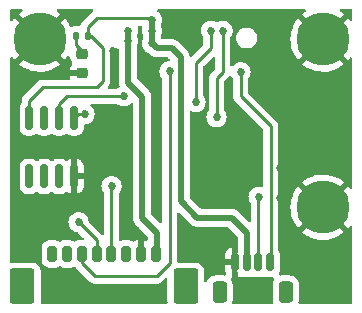
<source format=gbr>
%TF.GenerationSoftware,KiCad,Pcbnew,(6.0.0-0)*%
%TF.CreationDate,2022-03-07T15:49:25-05:00*%
%TF.ProjectId,qwiic,71776969-632e-46b6-9963-61645f706362,rev?*%
%TF.SameCoordinates,Original*%
%TF.FileFunction,Copper,L1,Top*%
%TF.FilePolarity,Positive*%
%FSLAX46Y46*%
G04 Gerber Fmt 4.6, Leading zero omitted, Abs format (unit mm)*
G04 Created by KiCad (PCBNEW (6.0.0-0)) date 2022-03-07 15:49:25*
%MOMM*%
%LPD*%
G01*
G04 APERTURE LIST*
G04 Aperture macros list*
%AMRoundRect*
0 Rectangle with rounded corners*
0 $1 Rounding radius*
0 $2 $3 $4 $5 $6 $7 $8 $9 X,Y pos of 4 corners*
0 Add a 4 corners polygon primitive as box body*
4,1,4,$2,$3,$4,$5,$6,$7,$8,$9,$2,$3,0*
0 Add four circle primitives for the rounded corners*
1,1,$1+$1,$2,$3*
1,1,$1+$1,$4,$5*
1,1,$1+$1,$6,$7*
1,1,$1+$1,$8,$9*
0 Add four rect primitives between the rounded corners*
20,1,$1+$1,$2,$3,$4,$5,0*
20,1,$1+$1,$4,$5,$6,$7,0*
20,1,$1+$1,$6,$7,$8,$9,0*
20,1,$1+$1,$8,$9,$2,$3,0*%
G04 Aperture macros list end*
%TA.AperFunction,ComponentPad*%
%ADD10C,4.500000*%
%TD*%
%TA.AperFunction,SMDPad,CuDef*%
%ADD11RoundRect,0.200000X-0.200000X-0.450000X0.200000X-0.450000X0.200000X0.450000X-0.200000X0.450000X0*%
%TD*%
%TA.AperFunction,SMDPad,CuDef*%
%ADD12RoundRect,0.250001X-0.799999X-1.249999X0.799999X-1.249999X0.799999X1.249999X-0.799999X1.249999X0*%
%TD*%
%TA.AperFunction,SMDPad,CuDef*%
%ADD13RoundRect,0.135000X0.135000X0.185000X-0.135000X0.185000X-0.135000X-0.185000X0.135000X-0.185000X0*%
%TD*%
%TA.AperFunction,SMDPad,CuDef*%
%ADD14RoundRect,0.150000X0.150000X0.625000X-0.150000X0.625000X-0.150000X-0.625000X0.150000X-0.625000X0*%
%TD*%
%TA.AperFunction,SMDPad,CuDef*%
%ADD15RoundRect,0.250000X0.350000X0.650000X-0.350000X0.650000X-0.350000X-0.650000X0.350000X-0.650000X0*%
%TD*%
%TA.AperFunction,SMDPad,CuDef*%
%ADD16RoundRect,0.150000X0.150000X-0.825000X0.150000X0.825000X-0.150000X0.825000X-0.150000X-0.825000X0*%
%TD*%
%TA.AperFunction,SMDPad,CuDef*%
%ADD17RoundRect,0.218750X-0.256250X0.218750X-0.256250X-0.218750X0.256250X-0.218750X0.256250X0.218750X0*%
%TD*%
%TA.AperFunction,ViaPad*%
%ADD18C,0.685800*%
%TD*%
%TA.AperFunction,Conductor*%
%ADD19C,0.254000*%
%TD*%
%TA.AperFunction,Conductor*%
%ADD20C,0.508000*%
%TD*%
G04 APERTURE END LIST*
D10*
%TO.P,H1,1,1*%
%TO.N,GND*%
X95000000Y-64000000D03*
%TD*%
%TO.P,H2,1,1*%
%TO.N,GND*%
X119000000Y-64000000D03*
%TD*%
D11*
%TO.P,J2,1*%
%TO.N,unconnected-(J2-Pad1)*%
X96082000Y-82189000D03*
%TO.P,J2,2*%
%TO.N,unconnected-(J2-Pad2)*%
X97332000Y-82189000D03*
%TO.P,J2,3*%
%TO.N,/~{RST}*%
X98582000Y-82189000D03*
%TO.P,J2,4*%
%TO.N,/RXD*%
X99832000Y-82189000D03*
%TO.P,J2,5*%
%TO.N,/TXD*%
X101082000Y-82189000D03*
%TO.P,J2,6*%
%TO.N,unconnected-(J2-Pad6)*%
X102332000Y-82189000D03*
%TO.P,J2,7*%
%TO.N,GND*%
X103582000Y-82189000D03*
%TO.P,J2,8*%
%TO.N,/5V*%
X104832000Y-82189000D03*
D12*
%TO.P,J2,MP*%
%TO.N,N/C*%
X107382000Y-84939000D03*
X93532000Y-84939000D03*
%TD*%
D13*
%TO.P,R1,1*%
%TO.N,/3V3*%
X99062000Y-63754000D03*
%TO.P,R1,2*%
%TO.N,Net-(D1-Pad2)*%
X98042000Y-63754000D03*
%TD*%
D14*
%TO.P,J1,1,GND*%
%TO.N,GND*%
X111530000Y-82895000D03*
%TO.P,J1,2,VCC*%
%TO.N,/3V3*%
X112530000Y-82895000D03*
%TO.P,J1,3,SDA*%
%TO.N,/SDA*%
X113530000Y-82895000D03*
%TO.P,J1,4,SCL*%
%TO.N,/SCL*%
X114530000Y-82895000D03*
D15*
%TO.P,J1,MP*%
%TO.N,N/C*%
X115830000Y-85420000D03*
X110230000Y-85420000D03*
%TD*%
D16*
%TO.P,U2,1,E0*%
%TO.N,unconnected-(U2-Pad1)*%
X94107000Y-75627000D03*
%TO.P,U2,2,E1*%
%TO.N,unconnected-(U2-Pad2)*%
X95377000Y-75627000D03*
%TO.P,U2,3,E2*%
%TO.N,unconnected-(U2-Pad3)*%
X96647000Y-75627000D03*
%TO.P,U2,4,VSS*%
%TO.N,GND*%
X97917000Y-75627000D03*
%TO.P,U2,5,SDA*%
%TO.N,/SDA_EEPROM*%
X97917000Y-70677000D03*
%TO.P,U2,6,SCL*%
%TO.N,/SCL_EEPROM*%
X96647000Y-70677000D03*
%TO.P,U2,7,~{WC}*%
%TO.N,unconnected-(U2-Pad7)*%
X95377000Y-70677000D03*
%TO.P,U2,8,VCC*%
%TO.N,/3V3*%
X94107000Y-70677000D03*
%TD*%
D17*
%TO.P,D1,1,K*%
%TO.N,GND*%
X98552000Y-66827500D03*
%TO.P,D1,2,A*%
%TO.N,Net-(D1-Pad2)*%
X98552000Y-65252500D03*
%TD*%
D10*
%TO.P,H3,1,1*%
%TO.N,GND*%
X119000000Y-78232000D03*
%TD*%
D18*
%TO.N,GND*%
X104902000Y-74168000D03*
X115316000Y-74930000D03*
X102362000Y-76454000D03*
X103124000Y-80137000D03*
X108331000Y-71120000D03*
X101219000Y-65024000D03*
X111760000Y-77470000D03*
X102108000Y-70358000D03*
X104013000Y-66675000D03*
X109220000Y-74930000D03*
X115316000Y-77470000D03*
X96012000Y-73152000D03*
X109220000Y-77470000D03*
X104013000Y-67564000D03*
X107315000Y-80391000D03*
X104902000Y-70104000D03*
X112903000Y-74930000D03*
X104902000Y-78740000D03*
X99949000Y-79248000D03*
X104013000Y-65786000D03*
%TO.N,/3V3*%
X104495600Y-64363600D03*
X104495600Y-62357000D03*
X104495600Y-63296800D03*
%TO.N,/SDA_EEPROM*%
X98806000Y-70358000D03*
%TO.N,/~{RST}*%
X105996500Y-66720000D03*
%TO.N,/SDA*%
X113538000Y-77343000D03*
%TO.N,/SCL*%
X112014000Y-66802000D03*
%TO.N,/SCL_EEPROM*%
X102108000Y-68834000D03*
%TO.N,/5V*%
X102489000Y-64135000D03*
X102496500Y-63320000D03*
%TO.N,/TXD*%
X108204000Y-69342000D03*
X109496500Y-63280000D03*
X101092000Y-76454000D03*
%TO.N,/RXD*%
X110496500Y-63280000D03*
X98298000Y-79502000D03*
X109982000Y-70612000D03*
%TD*%
D19*
%TO.N,Net-(D1-Pad2)*%
X98042000Y-64514000D02*
X98042000Y-63754000D01*
X98552000Y-65024000D02*
X98042000Y-64514000D01*
X98552000Y-65252500D02*
X98552000Y-65024000D01*
D20*
%TO.N,/3V3*%
X104495600Y-63296800D02*
X104495600Y-62357000D01*
D19*
X99062000Y-63754000D02*
X99062000Y-62990000D01*
X99314000Y-63754000D02*
X100330000Y-64770000D01*
X99822000Y-62230000D02*
X104368600Y-62230000D01*
X95250000Y-68072000D02*
X94107000Y-69215000D01*
X100330000Y-67564000D02*
X99822000Y-68072000D01*
D20*
X106934000Y-77724000D02*
X106934000Y-65532000D01*
X106172000Y-64770000D02*
X104902000Y-64770000D01*
D19*
X99822000Y-68072000D02*
X95250000Y-68072000D01*
X99062000Y-62990000D02*
X99822000Y-62230000D01*
X100330000Y-64770000D02*
X100330000Y-67564000D01*
D20*
X104495600Y-64363600D02*
X104495600Y-63296800D01*
D19*
X104368600Y-62230000D02*
X104495600Y-62357000D01*
D20*
X111252000Y-79121000D02*
X112530000Y-80399000D01*
D19*
X99062000Y-63754000D02*
X99314000Y-63754000D01*
D20*
X108331000Y-79121000D02*
X111252000Y-79121000D01*
X106934000Y-65532000D02*
X106172000Y-64770000D01*
X112530000Y-80399000D02*
X112530000Y-82895000D01*
D19*
X94107000Y-69215000D02*
X94107000Y-70677000D01*
D20*
X106934000Y-77724000D02*
X108331000Y-79121000D01*
X104902000Y-64770000D02*
X104495600Y-64363600D01*
D19*
%TO.N,/SDA_EEPROM*%
X98806000Y-70358000D02*
X98236000Y-70358000D01*
X98236000Y-70358000D02*
X97917000Y-70677000D01*
%TO.N,/~{RST}*%
X105996500Y-82979500D02*
X105996500Y-66720000D01*
X98582000Y-82189000D02*
X98582000Y-82961000D01*
X98582000Y-82961000D02*
X99695000Y-84074000D01*
X104902000Y-84074000D02*
X105996500Y-82979500D01*
X99695000Y-84074000D02*
X104902000Y-84074000D01*
%TO.N,/SDA*%
X113530000Y-82895000D02*
X113530000Y-77351000D01*
X113530000Y-77351000D02*
X113538000Y-77343000D01*
%TO.N,/SCL*%
X112014000Y-68834000D02*
X114554000Y-71374000D01*
X112014000Y-66802000D02*
X112014000Y-68834000D01*
X114554000Y-82871000D02*
X114530000Y-82895000D01*
X114554000Y-71374000D02*
X114554000Y-82871000D01*
%TO.N,/SCL_EEPROM*%
X97282000Y-68834000D02*
X96647000Y-69469000D01*
X102108000Y-68834000D02*
X97282000Y-68834000D01*
X96647000Y-69469000D02*
X96647000Y-70677000D01*
D20*
%TO.N,/5V*%
X102489000Y-67691000D02*
X103689000Y-68891000D01*
X104902000Y-80391000D02*
X104902000Y-82119000D01*
X104902000Y-82119000D02*
X104832000Y-82189000D01*
X103689000Y-68891000D02*
X103689000Y-79178000D01*
X103689000Y-79178000D02*
X104902000Y-80391000D01*
X102489000Y-63322200D02*
X102489000Y-64135000D01*
X102489000Y-64135000D02*
X102489000Y-67691000D01*
D19*
%TO.N,/TXD*%
X109496500Y-64747500D02*
X109496500Y-63280000D01*
X101082000Y-76464000D02*
X101092000Y-76454000D01*
X108204000Y-69342000D02*
X108204000Y-66040000D01*
X108204000Y-66040000D02*
X109496500Y-64747500D01*
X101082000Y-82189000D02*
X101082000Y-76464000D01*
%TO.N,/RXD*%
X109982000Y-70612000D02*
X109982000Y-67310000D01*
X99822000Y-82179000D02*
X99832000Y-82189000D01*
X110490000Y-63286500D02*
X110496500Y-63280000D01*
X110490000Y-66802000D02*
X110490000Y-63286500D01*
X109982000Y-67310000D02*
X110490000Y-66802000D01*
X98298000Y-79502000D02*
X99822000Y-81026000D01*
X99822000Y-81026000D02*
X99822000Y-82179000D01*
%TD*%
%TA.AperFunction,Conductor*%
%TO.N,GND*%
G36*
X106840512Y-78709304D02*
G01*
X106847095Y-78715433D01*
X107744190Y-79612528D01*
X107756577Y-79626941D01*
X107769546Y-79644564D01*
X107799455Y-79669973D01*
X107810055Y-79678979D01*
X107817571Y-79685909D01*
X107823315Y-79691653D01*
X107826189Y-79693927D01*
X107826196Y-79693933D01*
X107845711Y-79709372D01*
X107849115Y-79712163D01*
X107899472Y-79754945D01*
X107899476Y-79754948D01*
X107905051Y-79759684D01*
X107911566Y-79763011D01*
X107916636Y-79766392D01*
X107921858Y-79769617D01*
X107927600Y-79774160D01*
X107994112Y-79805246D01*
X107998006Y-79807149D01*
X108063404Y-79840543D01*
X108070521Y-79842284D01*
X108076239Y-79844411D01*
X108082045Y-79846342D01*
X108088679Y-79849443D01*
X108095847Y-79850934D01*
X108095850Y-79850935D01*
X108119845Y-79855926D01*
X108160539Y-79864391D01*
X108164797Y-79865354D01*
X108236112Y-79882804D01*
X108241718Y-79883152D01*
X108241719Y-79883152D01*
X108247330Y-79883500D01*
X108247328Y-79883539D01*
X108251229Y-79883772D01*
X108255588Y-79884161D01*
X108262756Y-79885652D01*
X108270073Y-79885454D01*
X108340577Y-79883546D01*
X108343986Y-79883500D01*
X110883972Y-79883500D01*
X110952093Y-79903502D01*
X110973067Y-79920405D01*
X111730595Y-80677933D01*
X111764621Y-80740245D01*
X111767500Y-80767028D01*
X111767500Y-82000015D01*
X111762497Y-82035167D01*
X111724438Y-82166169D01*
X111723934Y-82172574D01*
X111723933Y-82172579D01*
X111721693Y-82201042D01*
X111721500Y-82203498D01*
X111721500Y-83586502D01*
X111721693Y-83588950D01*
X111721693Y-83588958D01*
X111723927Y-83617336D01*
X111724438Y-83623831D01*
X111726233Y-83630008D01*
X111768643Y-83775989D01*
X111768645Y-83775993D01*
X111770855Y-83783601D01*
X111773885Y-83788725D01*
X111784000Y-83837570D01*
X111784000Y-84156878D01*
X111787973Y-84170409D01*
X111795871Y-84171544D01*
X111935790Y-84130893D01*
X111950221Y-84124648D01*
X111965370Y-84115689D01*
X112034186Y-84098230D01*
X112093648Y-84115690D01*
X112116399Y-84129145D01*
X112124010Y-84131356D01*
X112124012Y-84131357D01*
X112176231Y-84146528D01*
X112276169Y-84175562D01*
X112282574Y-84176066D01*
X112282579Y-84176067D01*
X112311042Y-84178307D01*
X112311050Y-84178307D01*
X112313498Y-84178500D01*
X112746502Y-84178500D01*
X112748950Y-84178307D01*
X112748958Y-84178307D01*
X112777421Y-84176067D01*
X112777426Y-84176066D01*
X112783831Y-84175562D01*
X112883769Y-84146528D01*
X112935988Y-84131357D01*
X112935990Y-84131356D01*
X112943601Y-84129145D01*
X112950426Y-84125109D01*
X112965863Y-84115980D01*
X113034679Y-84098522D01*
X113094137Y-84115980D01*
X113109574Y-84125109D01*
X113116399Y-84129145D01*
X113124010Y-84131356D01*
X113124012Y-84131357D01*
X113176231Y-84146528D01*
X113276169Y-84175562D01*
X113282574Y-84176066D01*
X113282579Y-84176067D01*
X113311042Y-84178307D01*
X113311050Y-84178307D01*
X113313498Y-84178500D01*
X113746502Y-84178500D01*
X113748950Y-84178307D01*
X113748958Y-84178307D01*
X113777421Y-84176067D01*
X113777426Y-84176066D01*
X113783831Y-84175562D01*
X113883769Y-84146528D01*
X113935988Y-84131357D01*
X113935990Y-84131356D01*
X113943601Y-84129145D01*
X113950426Y-84125109D01*
X113965863Y-84115980D01*
X114034679Y-84098522D01*
X114094137Y-84115980D01*
X114109574Y-84125109D01*
X114116399Y-84129145D01*
X114124010Y-84131356D01*
X114124012Y-84131357D01*
X114176231Y-84146528D01*
X114276169Y-84175562D01*
X114282574Y-84176066D01*
X114282579Y-84176067D01*
X114311042Y-84178307D01*
X114311050Y-84178307D01*
X114313498Y-84178500D01*
X114727870Y-84178500D01*
X114795991Y-84198502D01*
X114842484Y-84252158D01*
X114852588Y-84322432D01*
X114835130Y-84370616D01*
X114792470Y-84439824D01*
X114787885Y-84447262D01*
X114766736Y-84511024D01*
X114736323Y-84602719D01*
X114732203Y-84615139D01*
X114731503Y-84621975D01*
X114731502Y-84621978D01*
X114729109Y-84645333D01*
X114721500Y-84719600D01*
X114721500Y-86120400D01*
X114732474Y-86226166D01*
X114734657Y-86232708D01*
X114734657Y-86232710D01*
X114745137Y-86264123D01*
X114747723Y-86335073D01*
X114711539Y-86396157D01*
X114648075Y-86427982D01*
X114625614Y-86430000D01*
X111434298Y-86430000D01*
X111366177Y-86409998D01*
X111319684Y-86356342D01*
X111309580Y-86286068D01*
X111314705Y-86264333D01*
X111325632Y-86231389D01*
X111325632Y-86231387D01*
X111327797Y-86224861D01*
X111338500Y-86120400D01*
X111338500Y-84719600D01*
X111338163Y-84716350D01*
X111328238Y-84620692D01*
X111328237Y-84620688D01*
X111327526Y-84613834D01*
X111325179Y-84606797D01*
X111273868Y-84453002D01*
X111271550Y-84446054D01*
X111215335Y-84355212D01*
X111196497Y-84286760D01*
X111217658Y-84218991D01*
X111254057Y-84183105D01*
X111271971Y-84171520D01*
X111276000Y-84162630D01*
X111276000Y-83167115D01*
X111271525Y-83151876D01*
X111270135Y-83150671D01*
X111262452Y-83149000D01*
X110740116Y-83149000D01*
X110724877Y-83153475D01*
X110723672Y-83154865D01*
X110722001Y-83162548D01*
X110722001Y-83583984D01*
X110722195Y-83588920D01*
X110724430Y-83617336D01*
X110726730Y-83629931D01*
X110769107Y-83775790D01*
X110775354Y-83790226D01*
X110796894Y-83826649D01*
X110814353Y-83895466D01*
X110791835Y-83962797D01*
X110736490Y-84007265D01*
X110675598Y-84016131D01*
X110630400Y-84011500D01*
X109829600Y-84011500D01*
X109826354Y-84011837D01*
X109826350Y-84011837D01*
X109730692Y-84021762D01*
X109730688Y-84021763D01*
X109723834Y-84022474D01*
X109717298Y-84024655D01*
X109717296Y-84024655D01*
X109657955Y-84044453D01*
X109556054Y-84078450D01*
X109405652Y-84171522D01*
X109280695Y-84296697D01*
X109276855Y-84302927D01*
X109276854Y-84302928D01*
X109264832Y-84322432D01*
X109187885Y-84447262D01*
X109185581Y-84454209D01*
X109182487Y-84460844D01*
X109180930Y-84460118D01*
X109145664Y-84511024D01*
X109080100Y-84538262D01*
X109010218Y-84525729D01*
X108958206Y-84477406D01*
X108940500Y-84412998D01*
X108940500Y-83638600D01*
X108938294Y-83617336D01*
X108930238Y-83539693D01*
X108930237Y-83539689D01*
X108929526Y-83532835D01*
X108897142Y-83435767D01*
X108875868Y-83372003D01*
X108873550Y-83365055D01*
X108780478Y-83214652D01*
X108655303Y-83089695D01*
X108504738Y-82996885D01*
X108410941Y-82965774D01*
X108343389Y-82943368D01*
X108343387Y-82943368D01*
X108336861Y-82941203D01*
X108330025Y-82940503D01*
X108330022Y-82940502D01*
X108286969Y-82936091D01*
X108232400Y-82930500D01*
X106758000Y-82930500D01*
X106689879Y-82910498D01*
X106643386Y-82856842D01*
X106632000Y-82804500D01*
X106632000Y-82622885D01*
X110722000Y-82622885D01*
X110726475Y-82638124D01*
X110727865Y-82639329D01*
X110735548Y-82641000D01*
X111257885Y-82641000D01*
X111273124Y-82636525D01*
X111274329Y-82635135D01*
X111276000Y-82627452D01*
X111276000Y-81633122D01*
X111272027Y-81619591D01*
X111264129Y-81618456D01*
X111124210Y-81659107D01*
X111109779Y-81665352D01*
X110980322Y-81741911D01*
X110967896Y-81751551D01*
X110861551Y-81857896D01*
X110851911Y-81870322D01*
X110775352Y-81999779D01*
X110769107Y-82014210D01*
X110726731Y-82160065D01*
X110724430Y-82172667D01*
X110722193Y-82201084D01*
X110722000Y-82206014D01*
X110722000Y-82622885D01*
X106632000Y-82622885D01*
X106632000Y-78804528D01*
X106652002Y-78736407D01*
X106705658Y-78689914D01*
X106775932Y-78679810D01*
X106840512Y-78709304D01*
G37*
%TD.AperFunction*%
%TA.AperFunction,Conductor*%
G36*
X93508556Y-61466002D02*
G01*
X93555049Y-61519658D01*
X93565153Y-61589932D01*
X93535659Y-61654512D01*
X93504858Y-61680285D01*
X93450196Y-61712805D01*
X93443945Y-61717053D01*
X93250733Y-61866115D01*
X93242267Y-61877773D01*
X93248871Y-61889661D01*
X94987188Y-63627978D01*
X95001132Y-63635592D01*
X95002965Y-63635461D01*
X95009580Y-63631210D01*
X96750162Y-61890628D01*
X96757174Y-61877787D01*
X96749379Y-61867098D01*
X96579886Y-61733481D01*
X96573663Y-61729156D01*
X96492326Y-61679605D01*
X96444557Y-61627082D01*
X96432767Y-61557071D01*
X96460699Y-61491800D01*
X96519485Y-61451992D01*
X96557879Y-61446000D01*
X99432118Y-61446000D01*
X99500239Y-61466002D01*
X99546732Y-61519658D01*
X99556836Y-61589932D01*
X99527342Y-61654512D01*
X99506180Y-61673935D01*
X99477519Y-61694759D01*
X99467595Y-61701278D01*
X99436224Y-61719830D01*
X99436219Y-61719834D01*
X99429401Y-61723866D01*
X99415014Y-61738253D01*
X99399980Y-61751094D01*
X99383513Y-61763058D01*
X99378460Y-61769166D01*
X99355228Y-61797249D01*
X99347238Y-61806029D01*
X98668517Y-62484750D01*
X98660191Y-62492326D01*
X98653697Y-62496447D01*
X98614109Y-62538604D01*
X98606915Y-62546265D01*
X98604160Y-62549107D01*
X98584361Y-62568906D01*
X98581937Y-62572031D01*
X98581929Y-62572040D01*
X98581863Y-62572126D01*
X98574155Y-62581151D01*
X98543783Y-62613494D01*
X98539965Y-62620438D01*
X98539964Y-62620440D01*
X98533978Y-62631329D01*
X98523127Y-62647847D01*
X98510650Y-62663933D01*
X98493024Y-62704666D01*
X98487807Y-62715314D01*
X98486601Y-62717508D01*
X98466431Y-62754197D01*
X98464460Y-62761872D01*
X98464458Y-62761878D01*
X98461369Y-62773911D01*
X98454966Y-62792613D01*
X98446883Y-62811292D01*
X98445644Y-62819114D01*
X98445643Y-62819118D01*
X98444104Y-62828838D01*
X98413692Y-62892991D01*
X98353425Y-62930518D01*
X98291191Y-62930161D01*
X98290979Y-62931323D01*
X98284643Y-62930165D01*
X98278466Y-62928371D01*
X98272059Y-62927867D01*
X98272055Y-62927866D01*
X98244444Y-62925693D01*
X98244438Y-62925693D01*
X98241989Y-62925500D01*
X98042122Y-62925500D01*
X97842012Y-62925501D01*
X97805534Y-62928371D01*
X97765562Y-62939984D01*
X97677727Y-62965502D01*
X97606730Y-62965299D01*
X97547114Y-62926745D01*
X97527602Y-62896055D01*
X97450172Y-62723363D01*
X97446655Y-62716636D01*
X97279054Y-62438252D01*
X97274757Y-62431999D01*
X97133617Y-62251022D01*
X97121823Y-62242551D01*
X97110113Y-62249097D01*
X95372022Y-63987188D01*
X95364408Y-64001132D01*
X95364539Y-64002965D01*
X95368790Y-64009580D01*
X97108825Y-65749615D01*
X97121948Y-65756781D01*
X97132250Y-65749391D01*
X97241429Y-65615285D01*
X97245842Y-65609144D01*
X97336608Y-65465287D01*
X97389874Y-65418349D01*
X97460062Y-65407659D01*
X97524886Y-65436613D01*
X97563766Y-65496018D01*
X97567934Y-65519631D01*
X97568500Y-65519572D01*
X97579022Y-65620982D01*
X97632692Y-65781849D01*
X97721929Y-65926055D01*
X97727107Y-65931224D01*
X97747159Y-65951241D01*
X97781238Y-66013523D01*
X97776235Y-66084343D01*
X97747314Y-66129432D01*
X97726702Y-66150080D01*
X97717690Y-66161491D01*
X97636447Y-66293291D01*
X97630303Y-66306468D01*
X97581421Y-66453843D01*
X97578555Y-66467210D01*
X97569386Y-66556700D01*
X97573475Y-66570624D01*
X97574865Y-66571829D01*
X97582548Y-66573500D01*
X98680000Y-66573500D01*
X98748121Y-66593502D01*
X98794614Y-66647158D01*
X98806000Y-66699500D01*
X98806000Y-66955500D01*
X98785998Y-67023621D01*
X98732342Y-67070114D01*
X98680000Y-67081500D01*
X97587115Y-67081500D01*
X97571876Y-67085975D01*
X97570671Y-67087365D01*
X97569158Y-67094321D01*
X97569337Y-67097782D01*
X97578804Y-67189021D01*
X97581697Y-67202417D01*
X97604453Y-67270624D01*
X97607037Y-67341573D01*
X97570854Y-67402657D01*
X97507390Y-67434482D01*
X97484929Y-67436500D01*
X95329020Y-67436500D01*
X95317786Y-67435970D01*
X95310281Y-67434292D01*
X95242571Y-67436420D01*
X95241988Y-67436438D01*
X95238031Y-67436500D01*
X95210017Y-67436500D01*
X95206092Y-67436996D01*
X95206091Y-67436996D01*
X95205996Y-67437008D01*
X95194151Y-67437941D01*
X95164330Y-67438878D01*
X95157718Y-67439086D01*
X95157717Y-67439086D01*
X95149795Y-67439335D01*
X95130252Y-67445013D01*
X95110888Y-67449023D01*
X95098560Y-67450580D01*
X95098558Y-67450580D01*
X95090701Y-67451573D01*
X95083337Y-67454489D01*
X95083332Y-67454490D01*
X95049444Y-67467907D01*
X95038215Y-67471752D01*
X95021535Y-67476598D01*
X94995607Y-67484131D01*
X94988780Y-67488169D01*
X94988777Y-67488170D01*
X94978094Y-67494488D01*
X94960336Y-67503188D01*
X94948785Y-67507761D01*
X94948779Y-67507765D01*
X94941412Y-67510681D01*
X94909274Y-67534031D01*
X94905512Y-67536764D01*
X94895590Y-67543281D01*
X94864232Y-67561826D01*
X94864228Y-67561829D01*
X94857402Y-67565866D01*
X94843018Y-67580250D01*
X94827984Y-67593091D01*
X94811513Y-67605058D01*
X94806460Y-67611166D01*
X94783223Y-67639255D01*
X94775233Y-67648035D01*
X93713517Y-68709750D01*
X93705191Y-68717326D01*
X93698697Y-68721447D01*
X93693274Y-68727222D01*
X93651915Y-68771265D01*
X93649160Y-68774107D01*
X93629361Y-68793906D01*
X93626937Y-68797031D01*
X93626929Y-68797040D01*
X93626863Y-68797126D01*
X93619155Y-68806151D01*
X93588783Y-68838494D01*
X93584965Y-68845438D01*
X93584964Y-68845440D01*
X93578978Y-68856329D01*
X93568127Y-68872847D01*
X93555650Y-68888933D01*
X93538024Y-68929666D01*
X93532807Y-68940314D01*
X93511431Y-68979197D01*
X93509460Y-68986872D01*
X93509458Y-68986878D01*
X93506369Y-68998911D01*
X93499966Y-69017613D01*
X93491883Y-69036292D01*
X93488790Y-69055819D01*
X93484940Y-69080127D01*
X93482535Y-69091740D01*
X93471500Y-69134718D01*
X93471500Y-69155065D01*
X93469949Y-69174776D01*
X93466765Y-69194879D01*
X93467511Y-69202771D01*
X93470941Y-69239056D01*
X93471500Y-69250914D01*
X93471500Y-69354050D01*
X93451498Y-69422171D01*
X93442702Y-69433085D01*
X93443011Y-69433325D01*
X93438155Y-69439585D01*
X93432547Y-69445193D01*
X93428511Y-69452017D01*
X93428509Y-69452020D01*
X93403940Y-69493564D01*
X93347855Y-69588399D01*
X93301438Y-69748169D01*
X93298500Y-69785498D01*
X93298500Y-71568502D01*
X93301438Y-71605831D01*
X93347855Y-71765601D01*
X93351892Y-71772427D01*
X93428509Y-71901980D01*
X93428511Y-71901983D01*
X93432547Y-71908807D01*
X93550193Y-72026453D01*
X93557017Y-72030489D01*
X93557020Y-72030491D01*
X93664589Y-72094107D01*
X93693399Y-72111145D01*
X93701010Y-72113356D01*
X93701012Y-72113357D01*
X93753231Y-72128528D01*
X93853169Y-72157562D01*
X93859574Y-72158066D01*
X93859579Y-72158067D01*
X93888042Y-72160307D01*
X93888050Y-72160307D01*
X93890498Y-72160500D01*
X94323502Y-72160500D01*
X94325950Y-72160307D01*
X94325958Y-72160307D01*
X94354421Y-72158067D01*
X94354426Y-72158066D01*
X94360831Y-72157562D01*
X94460769Y-72128528D01*
X94512988Y-72113357D01*
X94512990Y-72113356D01*
X94520601Y-72111145D01*
X94663807Y-72026453D01*
X94666489Y-72023771D01*
X94730861Y-71998498D01*
X94800484Y-72012400D01*
X94816312Y-72022572D01*
X94820193Y-72026453D01*
X94963399Y-72111145D01*
X94971010Y-72113356D01*
X94971012Y-72113357D01*
X95023231Y-72128528D01*
X95123169Y-72157562D01*
X95129574Y-72158066D01*
X95129579Y-72158067D01*
X95158042Y-72160307D01*
X95158050Y-72160307D01*
X95160498Y-72160500D01*
X95593502Y-72160500D01*
X95595950Y-72160307D01*
X95595958Y-72160307D01*
X95624421Y-72158067D01*
X95624426Y-72158066D01*
X95630831Y-72157562D01*
X95730769Y-72128528D01*
X95782988Y-72113357D01*
X95782990Y-72113356D01*
X95790601Y-72111145D01*
X95933807Y-72026453D01*
X95936489Y-72023771D01*
X96000861Y-71998498D01*
X96070484Y-72012400D01*
X96086312Y-72022572D01*
X96090193Y-72026453D01*
X96233399Y-72111145D01*
X96241010Y-72113356D01*
X96241012Y-72113357D01*
X96293231Y-72128528D01*
X96393169Y-72157562D01*
X96399574Y-72158066D01*
X96399579Y-72158067D01*
X96428042Y-72160307D01*
X96428050Y-72160307D01*
X96430498Y-72160500D01*
X96863502Y-72160500D01*
X96865950Y-72160307D01*
X96865958Y-72160307D01*
X96894421Y-72158067D01*
X96894426Y-72158066D01*
X96900831Y-72157562D01*
X97000769Y-72128528D01*
X97052988Y-72113357D01*
X97052990Y-72113356D01*
X97060601Y-72111145D01*
X97203807Y-72026453D01*
X97206489Y-72023771D01*
X97270861Y-71998498D01*
X97340484Y-72012400D01*
X97356312Y-72022572D01*
X97360193Y-72026453D01*
X97503399Y-72111145D01*
X97511010Y-72113356D01*
X97511012Y-72113357D01*
X97563231Y-72128528D01*
X97663169Y-72157562D01*
X97669574Y-72158066D01*
X97669579Y-72158067D01*
X97698042Y-72160307D01*
X97698050Y-72160307D01*
X97700498Y-72160500D01*
X98133502Y-72160500D01*
X98135950Y-72160307D01*
X98135958Y-72160307D01*
X98164421Y-72158067D01*
X98164426Y-72158066D01*
X98170831Y-72157562D01*
X98270769Y-72128528D01*
X98322988Y-72113357D01*
X98322990Y-72113356D01*
X98330601Y-72111145D01*
X98359411Y-72094107D01*
X98466980Y-72030491D01*
X98466983Y-72030489D01*
X98473807Y-72026453D01*
X98591453Y-71908807D01*
X98595489Y-71901983D01*
X98595491Y-71901980D01*
X98672108Y-71772427D01*
X98676145Y-71765601D01*
X98722562Y-71605831D01*
X98725500Y-71568502D01*
X98725500Y-71335400D01*
X98745502Y-71267279D01*
X98799158Y-71220786D01*
X98851500Y-71209400D01*
X98895486Y-71209400D01*
X98901939Y-71208028D01*
X98901943Y-71208028D01*
X98983016Y-71190795D01*
X99070546Y-71172190D01*
X99076577Y-71169505D01*
X99228015Y-71102081D01*
X99228017Y-71102080D01*
X99234045Y-71099396D01*
X99239387Y-71095515D01*
X99373492Y-70998082D01*
X99373494Y-70998080D01*
X99378836Y-70994199D01*
X99395410Y-70975792D01*
X99494172Y-70866105D01*
X99494173Y-70866104D01*
X99498591Y-70861197D01*
X99588077Y-70706203D01*
X99643382Y-70535991D01*
X99662090Y-70358000D01*
X99649902Y-70242043D01*
X99644072Y-70186573D01*
X99644072Y-70186572D01*
X99643382Y-70180009D01*
X99588077Y-70009797D01*
X99566999Y-69973288D01*
X99501892Y-69860521D01*
X99498591Y-69854803D01*
X99433978Y-69783042D01*
X99383258Y-69726712D01*
X99383257Y-69726711D01*
X99378836Y-69721801D01*
X99345299Y-69697435D01*
X99301947Y-69641213D01*
X99295872Y-69570477D01*
X99329004Y-69507685D01*
X99390824Y-69472774D01*
X99419362Y-69469500D01*
X101493262Y-69469500D01*
X101561383Y-69489502D01*
X101567323Y-69493564D01*
X101673185Y-69570477D01*
X101679955Y-69575396D01*
X101685983Y-69578080D01*
X101685985Y-69578081D01*
X101772510Y-69616604D01*
X101843454Y-69648190D01*
X101930984Y-69666795D01*
X102012057Y-69684028D01*
X102012061Y-69684028D01*
X102018514Y-69685400D01*
X102197486Y-69685400D01*
X102203939Y-69684028D01*
X102203943Y-69684028D01*
X102285016Y-69666795D01*
X102372546Y-69648190D01*
X102443490Y-69616604D01*
X102530015Y-69578081D01*
X102530017Y-69578080D01*
X102536045Y-69575396D01*
X102541387Y-69571515D01*
X102675492Y-69474082D01*
X102675494Y-69474080D01*
X102680836Y-69470199D01*
X102685258Y-69465288D01*
X102706864Y-69441292D01*
X102767310Y-69404052D01*
X102838294Y-69405404D01*
X102897278Y-69444918D01*
X102925536Y-69510048D01*
X102926500Y-69525602D01*
X102926500Y-79110624D01*
X102925067Y-79129574D01*
X102922876Y-79143973D01*
X102922876Y-79143979D01*
X102921776Y-79151208D01*
X102922369Y-79158500D01*
X102922369Y-79158503D01*
X102926085Y-79204183D01*
X102926500Y-79214398D01*
X102926500Y-79222525D01*
X102929811Y-79250924D01*
X102930238Y-79255244D01*
X102936191Y-79328426D01*
X102938447Y-79335388D01*
X102939643Y-79341376D01*
X102941051Y-79347333D01*
X102941899Y-79354607D01*
X102944397Y-79361489D01*
X102944398Y-79361493D01*
X102966945Y-79423607D01*
X102968355Y-79427711D01*
X102990987Y-79497575D01*
X102994787Y-79503838D01*
X102997325Y-79509380D01*
X103000067Y-79514856D01*
X103002566Y-79521741D01*
X103006581Y-79527865D01*
X103042815Y-79583132D01*
X103045130Y-79586800D01*
X103083227Y-79649581D01*
X103086941Y-79653786D01*
X103086943Y-79653789D01*
X103090667Y-79658005D01*
X103090638Y-79658031D01*
X103093238Y-79660962D01*
X103096042Y-79664316D01*
X103100054Y-79670435D01*
X103105366Y-79675467D01*
X103156586Y-79723988D01*
X103159028Y-79726366D01*
X104102595Y-80669933D01*
X104136621Y-80732245D01*
X104139500Y-80759028D01*
X104139500Y-80937518D01*
X104119498Y-81005639D01*
X104065842Y-81052132D01*
X103995568Y-81062236D01*
X103975822Y-81057753D01*
X103918350Y-81039743D01*
X103905306Y-81037131D01*
X103850414Y-81032087D01*
X103838876Y-81035475D01*
X103837671Y-81036865D01*
X103836000Y-81044548D01*
X103836000Y-82317000D01*
X103815998Y-82385121D01*
X103762342Y-82431614D01*
X103710000Y-82443000D01*
X103454000Y-82443000D01*
X103385879Y-82422998D01*
X103339386Y-82369342D01*
X103328000Y-82317000D01*
X103328000Y-81049116D01*
X103323525Y-81033877D01*
X103322135Y-81032672D01*
X103317706Y-81031709D01*
X103258685Y-81037132D01*
X103245649Y-81039743D01*
X103095757Y-81086715D01*
X103082008Y-81092923D01*
X103022753Y-81128809D01*
X102954124Y-81146988D01*
X102892211Y-81128809D01*
X102832956Y-81092923D01*
X102825699Y-81088528D01*
X102818452Y-81086257D01*
X102818450Y-81086256D01*
X102752164Y-81065483D01*
X102662062Y-81037247D01*
X102588635Y-81030500D01*
X102585737Y-81030500D01*
X102331335Y-81030501D01*
X102075366Y-81030501D01*
X102072508Y-81030764D01*
X102072499Y-81030764D01*
X102038619Y-81033877D01*
X102001938Y-81037247D01*
X101881178Y-81075091D01*
X101810195Y-81076376D01*
X101749784Y-81039079D01*
X101719127Y-80975042D01*
X101717500Y-80954857D01*
X101717500Y-77080076D01*
X101737502Y-77011955D01*
X101749864Y-76995765D01*
X101780172Y-76962105D01*
X101780173Y-76962104D01*
X101784591Y-76957197D01*
X101874077Y-76802203D01*
X101924446Y-76647184D01*
X101927342Y-76638270D01*
X101927342Y-76638269D01*
X101929382Y-76631991D01*
X101945077Y-76482671D01*
X101947400Y-76460565D01*
X101948090Y-76454000D01*
X101929382Y-76276009D01*
X101874077Y-76105797D01*
X101870210Y-76099098D01*
X101787892Y-75956521D01*
X101784591Y-75950803D01*
X101779191Y-75944805D01*
X101669258Y-75822712D01*
X101669257Y-75822711D01*
X101664836Y-75817801D01*
X101629446Y-75792088D01*
X101525387Y-75716485D01*
X101525386Y-75716484D01*
X101520045Y-75712604D01*
X101514017Y-75709920D01*
X101514015Y-75709919D01*
X101362577Y-75642495D01*
X101362576Y-75642495D01*
X101356546Y-75639810D01*
X101269016Y-75621205D01*
X101187943Y-75603972D01*
X101187939Y-75603972D01*
X101181486Y-75602600D01*
X101002514Y-75602600D01*
X100996061Y-75603972D01*
X100996057Y-75603972D01*
X100914984Y-75621205D01*
X100827454Y-75639810D01*
X100821424Y-75642495D01*
X100821423Y-75642495D01*
X100669985Y-75709919D01*
X100669983Y-75709920D01*
X100663955Y-75712604D01*
X100658614Y-75716484D01*
X100658613Y-75716485D01*
X100554555Y-75792088D01*
X100519164Y-75817801D01*
X100514743Y-75822711D01*
X100514742Y-75822712D01*
X100404810Y-75944805D01*
X100399409Y-75950803D01*
X100396108Y-75956521D01*
X100313791Y-76099098D01*
X100309923Y-76105797D01*
X100254618Y-76276009D01*
X100235910Y-76454000D01*
X100236600Y-76460565D01*
X100238924Y-76482671D01*
X100254618Y-76631991D01*
X100256658Y-76638269D01*
X100256658Y-76638270D01*
X100259554Y-76647184D01*
X100309923Y-76802203D01*
X100399409Y-76957197D01*
X100403827Y-76962104D01*
X100403828Y-76962105D01*
X100414136Y-76973553D01*
X100444854Y-77037560D01*
X100446500Y-77057863D01*
X100446500Y-80447577D01*
X100426498Y-80515698D01*
X100372842Y-80562191D01*
X100302568Y-80572295D01*
X100237988Y-80542801D01*
X100231405Y-80536672D01*
X99180633Y-79485900D01*
X99146607Y-79423588D01*
X99144418Y-79409976D01*
X99136072Y-79330573D01*
X99136072Y-79330572D01*
X99135382Y-79324009D01*
X99113046Y-79255264D01*
X99082119Y-79160082D01*
X99080077Y-79153797D01*
X98990591Y-78998803D01*
X98870836Y-78865801D01*
X98726045Y-78760604D01*
X98720017Y-78757920D01*
X98720015Y-78757919D01*
X98568577Y-78690495D01*
X98568576Y-78690495D01*
X98562546Y-78687810D01*
X98475016Y-78669205D01*
X98393943Y-78651972D01*
X98393939Y-78651972D01*
X98387486Y-78650600D01*
X98208514Y-78650600D01*
X98202061Y-78651972D01*
X98202057Y-78651972D01*
X98120984Y-78669205D01*
X98033454Y-78687810D01*
X98027424Y-78690495D01*
X98027423Y-78690495D01*
X97875985Y-78757919D01*
X97875983Y-78757920D01*
X97869955Y-78760604D01*
X97725164Y-78865801D01*
X97605409Y-78998803D01*
X97515923Y-79153797D01*
X97513881Y-79160082D01*
X97482955Y-79255264D01*
X97460618Y-79324009D01*
X97441910Y-79502000D01*
X97442600Y-79508565D01*
X97451390Y-79592190D01*
X97460618Y-79679991D01*
X97515923Y-79850203D01*
X97519226Y-79855925D01*
X97519227Y-79855926D01*
X97541645Y-79894754D01*
X97605409Y-80005197D01*
X97725164Y-80138199D01*
X97869955Y-80243396D01*
X97875983Y-80246080D01*
X97875985Y-80246081D01*
X98027423Y-80313505D01*
X98033454Y-80316190D01*
X98208514Y-80353400D01*
X98211653Y-80353400D01*
X98276122Y-80379921D01*
X98286394Y-80389126D01*
X98712673Y-80815405D01*
X98746699Y-80877717D01*
X98741634Y-80948532D01*
X98699087Y-81005368D01*
X98632567Y-81030179D01*
X98623578Y-81030500D01*
X98332156Y-81030501D01*
X98325366Y-81030501D01*
X98322508Y-81030764D01*
X98322499Y-81030764D01*
X98288619Y-81033877D01*
X98251938Y-81037247D01*
X98245560Y-81039246D01*
X98245559Y-81039246D01*
X98095550Y-81086256D01*
X98095548Y-81086257D01*
X98088301Y-81088528D01*
X98081044Y-81092923D01*
X98022271Y-81128517D01*
X97953641Y-81146696D01*
X97891729Y-81128517D01*
X97832956Y-81092923D01*
X97825699Y-81088528D01*
X97818452Y-81086257D01*
X97818450Y-81086256D01*
X97752164Y-81065483D01*
X97662062Y-81037247D01*
X97588635Y-81030500D01*
X97585737Y-81030500D01*
X97331335Y-81030501D01*
X97075366Y-81030501D01*
X97072508Y-81030764D01*
X97072499Y-81030764D01*
X97038619Y-81033877D01*
X97001938Y-81037247D01*
X96995560Y-81039246D01*
X96995559Y-81039246D01*
X96845550Y-81086256D01*
X96845548Y-81086257D01*
X96838301Y-81088528D01*
X96831044Y-81092923D01*
X96772271Y-81128517D01*
X96703641Y-81146696D01*
X96641729Y-81128517D01*
X96582956Y-81092923D01*
X96575699Y-81088528D01*
X96568452Y-81086257D01*
X96568450Y-81086256D01*
X96502164Y-81065483D01*
X96412062Y-81037247D01*
X96338635Y-81030500D01*
X96335737Y-81030500D01*
X96081335Y-81030501D01*
X95825366Y-81030501D01*
X95822508Y-81030764D01*
X95822499Y-81030764D01*
X95788619Y-81033877D01*
X95751938Y-81037247D01*
X95745560Y-81039246D01*
X95745559Y-81039246D01*
X95595550Y-81086256D01*
X95595548Y-81086257D01*
X95588301Y-81088528D01*
X95441619Y-81177361D01*
X95320361Y-81298619D01*
X95231528Y-81445301D01*
X95180247Y-81608938D01*
X95173500Y-81682365D01*
X95173501Y-82695634D01*
X95180247Y-82769062D01*
X95182246Y-82775440D01*
X95182246Y-82775441D01*
X95228095Y-82921743D01*
X95231528Y-82932699D01*
X95320361Y-83079381D01*
X95441619Y-83200639D01*
X95588301Y-83289472D01*
X95595548Y-83291743D01*
X95595550Y-83291744D01*
X95639408Y-83305488D01*
X95751938Y-83340753D01*
X95825365Y-83347500D01*
X95828263Y-83347500D01*
X96082665Y-83347499D01*
X96338634Y-83347499D01*
X96341492Y-83347236D01*
X96341501Y-83347236D01*
X96377004Y-83343974D01*
X96412062Y-83340753D01*
X96418447Y-83338752D01*
X96568450Y-83291744D01*
X96568452Y-83291743D01*
X96575699Y-83289472D01*
X96641729Y-83249483D01*
X96710359Y-83231304D01*
X96772270Y-83249483D01*
X96838301Y-83289472D01*
X96845548Y-83291743D01*
X96845550Y-83291744D01*
X96889408Y-83305488D01*
X97001938Y-83340753D01*
X97075365Y-83347500D01*
X97078263Y-83347500D01*
X97332665Y-83347499D01*
X97588634Y-83347499D01*
X97591492Y-83347236D01*
X97591501Y-83347236D01*
X97627004Y-83343974D01*
X97662062Y-83340753D01*
X97668447Y-83338752D01*
X97818450Y-83291744D01*
X97818452Y-83291743D01*
X97825699Y-83289472D01*
X97872031Y-83261413D01*
X97940659Y-83243234D01*
X98008223Y-83265044D01*
X98039237Y-83295128D01*
X98046764Y-83305488D01*
X98053281Y-83315410D01*
X98071826Y-83346768D01*
X98071829Y-83346772D01*
X98075866Y-83353598D01*
X98090250Y-83367982D01*
X98103091Y-83383016D01*
X98115058Y-83399487D01*
X98121166Y-83404540D01*
X98149255Y-83427777D01*
X98158035Y-83435767D01*
X99189750Y-84467483D01*
X99197326Y-84475809D01*
X99201447Y-84482303D01*
X99207222Y-84487726D01*
X99251265Y-84529085D01*
X99254107Y-84531840D01*
X99273906Y-84551639D01*
X99277031Y-84554063D01*
X99277040Y-84554071D01*
X99277126Y-84554137D01*
X99286151Y-84561845D01*
X99318494Y-84592217D01*
X99325438Y-84596035D01*
X99325440Y-84596036D01*
X99336329Y-84602022D01*
X99352847Y-84612873D01*
X99368933Y-84625350D01*
X99409666Y-84642976D01*
X99420314Y-84648193D01*
X99431942Y-84654585D01*
X99459197Y-84669569D01*
X99466872Y-84671540D01*
X99466878Y-84671542D01*
X99478911Y-84674631D01*
X99497613Y-84681034D01*
X99516292Y-84689117D01*
X99549818Y-84694427D01*
X99560127Y-84696060D01*
X99571740Y-84698465D01*
X99614718Y-84709500D01*
X99635065Y-84709500D01*
X99654777Y-84711051D01*
X99674879Y-84714235D01*
X99682771Y-84713489D01*
X99719056Y-84710059D01*
X99730914Y-84709500D01*
X104822980Y-84709500D01*
X104834214Y-84710030D01*
X104841719Y-84711708D01*
X104910012Y-84709562D01*
X104913969Y-84709500D01*
X104941983Y-84709500D01*
X104945908Y-84709004D01*
X104945909Y-84709004D01*
X104946004Y-84708992D01*
X104957849Y-84708059D01*
X104987670Y-84707122D01*
X104994282Y-84706914D01*
X104994283Y-84706914D01*
X105002205Y-84706665D01*
X105021749Y-84700987D01*
X105041112Y-84696977D01*
X105053440Y-84695420D01*
X105053442Y-84695420D01*
X105061299Y-84694427D01*
X105068663Y-84691511D01*
X105068668Y-84691510D01*
X105102556Y-84678093D01*
X105113785Y-84674248D01*
X105130465Y-84669402D01*
X105156393Y-84661869D01*
X105163220Y-84657831D01*
X105163223Y-84657830D01*
X105173906Y-84651512D01*
X105191664Y-84642812D01*
X105203215Y-84638239D01*
X105203221Y-84638235D01*
X105210588Y-84635319D01*
X105219977Y-84628498D01*
X105246488Y-84609236D01*
X105256410Y-84602719D01*
X105287768Y-84584174D01*
X105287772Y-84584171D01*
X105294598Y-84580134D01*
X105308982Y-84565750D01*
X105324016Y-84552909D01*
X105334073Y-84545602D01*
X105340487Y-84540942D01*
X105368778Y-84506744D01*
X105376767Y-84497965D01*
X105608405Y-84266327D01*
X105670717Y-84232301D01*
X105741532Y-84237366D01*
X105798368Y-84279913D01*
X105823179Y-84346433D01*
X105823500Y-84355422D01*
X105823500Y-86239400D01*
X105828854Y-86290997D01*
X105815990Y-86360817D01*
X105767419Y-86412599D01*
X105703527Y-86430000D01*
X95210541Y-86430000D01*
X95142420Y-86409998D01*
X95095927Y-86356342D01*
X95085197Y-86291157D01*
X95090172Y-86242598D01*
X95090500Y-86239400D01*
X95090500Y-83638600D01*
X95088294Y-83617336D01*
X95080238Y-83539693D01*
X95080237Y-83539689D01*
X95079526Y-83532835D01*
X95047142Y-83435767D01*
X95025868Y-83372003D01*
X95023550Y-83365055D01*
X94930478Y-83214652D01*
X94805303Y-83089695D01*
X94654738Y-82996885D01*
X94560941Y-82965774D01*
X94493389Y-82943368D01*
X94493387Y-82943368D01*
X94486861Y-82941203D01*
X94480025Y-82940503D01*
X94480022Y-82940502D01*
X94436969Y-82936091D01*
X94382400Y-82930500D01*
X92681600Y-82930500D01*
X92678359Y-82930836D01*
X92678345Y-82930837D01*
X92642002Y-82934608D01*
X92572181Y-82921743D01*
X92520400Y-82873171D01*
X92503000Y-82809281D01*
X92503000Y-76518502D01*
X93298500Y-76518502D01*
X93298693Y-76520950D01*
X93298693Y-76520958D01*
X93300927Y-76549333D01*
X93301438Y-76555831D01*
X93325969Y-76640268D01*
X93345586Y-76707790D01*
X93347855Y-76715601D01*
X93351892Y-76722427D01*
X93428509Y-76851980D01*
X93428511Y-76851983D01*
X93432547Y-76858807D01*
X93550193Y-76976453D01*
X93557016Y-76980488D01*
X93557020Y-76980491D01*
X93653519Y-77037560D01*
X93693399Y-77061145D01*
X93701010Y-77063356D01*
X93701012Y-77063357D01*
X93753231Y-77078528D01*
X93853169Y-77107562D01*
X93859574Y-77108066D01*
X93859579Y-77108067D01*
X93888042Y-77110307D01*
X93888050Y-77110307D01*
X93890498Y-77110500D01*
X94323502Y-77110500D01*
X94325950Y-77110307D01*
X94325958Y-77110307D01*
X94354421Y-77108067D01*
X94354426Y-77108066D01*
X94360831Y-77107562D01*
X94460769Y-77078528D01*
X94512988Y-77063357D01*
X94512990Y-77063356D01*
X94520601Y-77061145D01*
X94663807Y-76976453D01*
X94666489Y-76973771D01*
X94730861Y-76948498D01*
X94800484Y-76962400D01*
X94816312Y-76972572D01*
X94820193Y-76976453D01*
X94963399Y-77061145D01*
X94971010Y-77063356D01*
X94971012Y-77063357D01*
X95023231Y-77078528D01*
X95123169Y-77107562D01*
X95129574Y-77108066D01*
X95129579Y-77108067D01*
X95158042Y-77110307D01*
X95158050Y-77110307D01*
X95160498Y-77110500D01*
X95593502Y-77110500D01*
X95595950Y-77110307D01*
X95595958Y-77110307D01*
X95624421Y-77108067D01*
X95624426Y-77108066D01*
X95630831Y-77107562D01*
X95730769Y-77078528D01*
X95782988Y-77063357D01*
X95782990Y-77063356D01*
X95790601Y-77061145D01*
X95933807Y-76976453D01*
X95936489Y-76973771D01*
X96000861Y-76948498D01*
X96070484Y-76962400D01*
X96086312Y-76972572D01*
X96090193Y-76976453D01*
X96233399Y-77061145D01*
X96241010Y-77063356D01*
X96241012Y-77063357D01*
X96293231Y-77078528D01*
X96393169Y-77107562D01*
X96399574Y-77108066D01*
X96399579Y-77108067D01*
X96428042Y-77110307D01*
X96428050Y-77110307D01*
X96430498Y-77110500D01*
X96863502Y-77110500D01*
X96865950Y-77110307D01*
X96865958Y-77110307D01*
X96894421Y-77108067D01*
X96894426Y-77108066D01*
X96900831Y-77107562D01*
X97000769Y-77078528D01*
X97052988Y-77063357D01*
X97052990Y-77063356D01*
X97060601Y-77061145D01*
X97203807Y-76976453D01*
X97206747Y-76973513D01*
X97271271Y-76948179D01*
X97340894Y-76962080D01*
X97359640Y-76974129D01*
X97367323Y-76980089D01*
X97496779Y-77056648D01*
X97511210Y-77062893D01*
X97645605Y-77101939D01*
X97659706Y-77101899D01*
X97663000Y-77094630D01*
X97663000Y-77088878D01*
X98171000Y-77088878D01*
X98174973Y-77102409D01*
X98182871Y-77103544D01*
X98322790Y-77062893D01*
X98337221Y-77056648D01*
X98466678Y-76980089D01*
X98479104Y-76970449D01*
X98585449Y-76864104D01*
X98595089Y-76851678D01*
X98671648Y-76722221D01*
X98677893Y-76707790D01*
X98720269Y-76561935D01*
X98722570Y-76549333D01*
X98724807Y-76520916D01*
X98725000Y-76515986D01*
X98725000Y-75899115D01*
X98720525Y-75883876D01*
X98719135Y-75882671D01*
X98711452Y-75881000D01*
X98189115Y-75881000D01*
X98173876Y-75885475D01*
X98172671Y-75886865D01*
X98171000Y-75894548D01*
X98171000Y-77088878D01*
X97663000Y-77088878D01*
X97663000Y-75354885D01*
X98171000Y-75354885D01*
X98175475Y-75370124D01*
X98176865Y-75371329D01*
X98184548Y-75373000D01*
X98706884Y-75373000D01*
X98722123Y-75368525D01*
X98723328Y-75367135D01*
X98724999Y-75359452D01*
X98724999Y-74738017D01*
X98724805Y-74733080D01*
X98722570Y-74704664D01*
X98720270Y-74692069D01*
X98677893Y-74546210D01*
X98671648Y-74531779D01*
X98595089Y-74402322D01*
X98585449Y-74389896D01*
X98479104Y-74283551D01*
X98466678Y-74273911D01*
X98337221Y-74197352D01*
X98322790Y-74191107D01*
X98188395Y-74152061D01*
X98174294Y-74152101D01*
X98171000Y-74159370D01*
X98171000Y-75354885D01*
X97663000Y-75354885D01*
X97663000Y-74165122D01*
X97659027Y-74151591D01*
X97651129Y-74150456D01*
X97511210Y-74191107D01*
X97496779Y-74197352D01*
X97367324Y-74273910D01*
X97359636Y-74279874D01*
X97293551Y-74305821D01*
X97223928Y-74291920D01*
X97207842Y-74281582D01*
X97203807Y-74277547D01*
X97060601Y-74192855D01*
X97052990Y-74190644D01*
X97052988Y-74190643D01*
X96965142Y-74165122D01*
X96900831Y-74146438D01*
X96894426Y-74145934D01*
X96894421Y-74145933D01*
X96865958Y-74143693D01*
X96865950Y-74143693D01*
X96863502Y-74143500D01*
X96430498Y-74143500D01*
X96428050Y-74143693D01*
X96428042Y-74143693D01*
X96399579Y-74145933D01*
X96399574Y-74145934D01*
X96393169Y-74146438D01*
X96328858Y-74165122D01*
X96241012Y-74190643D01*
X96241010Y-74190644D01*
X96233399Y-74192855D01*
X96090193Y-74277547D01*
X96087511Y-74280229D01*
X96023139Y-74305502D01*
X95953516Y-74291600D01*
X95937688Y-74281428D01*
X95933807Y-74277547D01*
X95790601Y-74192855D01*
X95782990Y-74190644D01*
X95782988Y-74190643D01*
X95695142Y-74165122D01*
X95630831Y-74146438D01*
X95624426Y-74145934D01*
X95624421Y-74145933D01*
X95595958Y-74143693D01*
X95595950Y-74143693D01*
X95593502Y-74143500D01*
X95160498Y-74143500D01*
X95158050Y-74143693D01*
X95158042Y-74143693D01*
X95129579Y-74145933D01*
X95129574Y-74145934D01*
X95123169Y-74146438D01*
X95058858Y-74165122D01*
X94971012Y-74190643D01*
X94971010Y-74190644D01*
X94963399Y-74192855D01*
X94820193Y-74277547D01*
X94817511Y-74280229D01*
X94753139Y-74305502D01*
X94683516Y-74291600D01*
X94667688Y-74281428D01*
X94663807Y-74277547D01*
X94520601Y-74192855D01*
X94512990Y-74190644D01*
X94512988Y-74190643D01*
X94425142Y-74165122D01*
X94360831Y-74146438D01*
X94354426Y-74145934D01*
X94354421Y-74145933D01*
X94325958Y-74143693D01*
X94325950Y-74143693D01*
X94323502Y-74143500D01*
X93890498Y-74143500D01*
X93888050Y-74143693D01*
X93888042Y-74143693D01*
X93859579Y-74145933D01*
X93859574Y-74145934D01*
X93853169Y-74146438D01*
X93788858Y-74165122D01*
X93701012Y-74190643D01*
X93701010Y-74190644D01*
X93693399Y-74192855D01*
X93686572Y-74196892D01*
X93686573Y-74196892D01*
X93557020Y-74273509D01*
X93557017Y-74273511D01*
X93550193Y-74277547D01*
X93432547Y-74395193D01*
X93428511Y-74402017D01*
X93428509Y-74402020D01*
X93364893Y-74509589D01*
X93347855Y-74538399D01*
X93345644Y-74546010D01*
X93345643Y-74546012D01*
X93330472Y-74598231D01*
X93301438Y-74698169D01*
X93300934Y-74704574D01*
X93300933Y-74704579D01*
X93298693Y-74733042D01*
X93298500Y-74735498D01*
X93298500Y-76518502D01*
X92503000Y-76518502D01*
X92503000Y-66121982D01*
X93243142Y-66121982D01*
X93250668Y-66132415D01*
X93396463Y-66249848D01*
X93402648Y-66254244D01*
X93678363Y-66426195D01*
X93685034Y-66429817D01*
X93979414Y-66567402D01*
X93986468Y-66570195D01*
X94295257Y-66671420D01*
X94302570Y-66673339D01*
X94621298Y-66736738D01*
X94628789Y-66737764D01*
X94952823Y-66762413D01*
X94960386Y-66762531D01*
X95285021Y-66748074D01*
X95292562Y-66747282D01*
X95613115Y-66693926D01*
X95620479Y-66692240D01*
X95932315Y-66600757D01*
X95939424Y-66598198D01*
X96238003Y-66469919D01*
X96244770Y-66466515D01*
X96525764Y-66303301D01*
X96532071Y-66299111D01*
X96750005Y-66134588D01*
X96758461Y-66123197D01*
X96751743Y-66110953D01*
X95012812Y-64372022D01*
X94998868Y-64364408D01*
X94997035Y-64364539D01*
X94990420Y-64368790D01*
X93250257Y-66108953D01*
X93243142Y-66121982D01*
X92503000Y-66121982D01*
X92503000Y-65647024D01*
X92523002Y-65578903D01*
X92576658Y-65532410D01*
X92646932Y-65522306D01*
X92711512Y-65551800D01*
X92729163Y-65570582D01*
X92865792Y-65749608D01*
X92877316Y-65758069D01*
X92889382Y-65751408D01*
X94627978Y-64012812D01*
X94635592Y-63998868D01*
X94635461Y-63997035D01*
X94631210Y-63990420D01*
X92890864Y-62250074D01*
X92877929Y-62243011D01*
X92867367Y-62250671D01*
X92741785Y-62408268D01*
X92737427Y-62414469D01*
X92736261Y-62416360D01*
X92735816Y-62416760D01*
X92735245Y-62417573D01*
X92735059Y-62417442D01*
X92683489Y-62463855D01*
X92613418Y-62475279D01*
X92548294Y-62447006D01*
X92508793Y-62388012D01*
X92503000Y-62350246D01*
X92503000Y-61572000D01*
X92523002Y-61503879D01*
X92576658Y-61457386D01*
X92629000Y-61446000D01*
X93440435Y-61446000D01*
X93508556Y-61466002D01*
G37*
%TD.AperFunction*%
%TA.AperFunction,Conductor*%
G36*
X117508556Y-61466002D02*
G01*
X117555049Y-61519658D01*
X117565153Y-61589932D01*
X117535659Y-61654512D01*
X117504858Y-61680285D01*
X117450196Y-61712805D01*
X117443945Y-61717053D01*
X117250733Y-61866115D01*
X117242267Y-61877773D01*
X117248871Y-61889661D01*
X118987188Y-63627978D01*
X119001132Y-63635592D01*
X119002965Y-63635461D01*
X119009580Y-63631210D01*
X120750162Y-61890628D01*
X120757174Y-61877787D01*
X120749379Y-61867098D01*
X120579886Y-61733481D01*
X120573663Y-61729156D01*
X120492326Y-61679605D01*
X120444557Y-61627082D01*
X120432767Y-61557071D01*
X120460699Y-61491800D01*
X120519485Y-61451992D01*
X120557879Y-61446000D01*
X121361000Y-61446000D01*
X121429121Y-61466002D01*
X121475614Y-61519658D01*
X121487000Y-61572000D01*
X121487000Y-62337698D01*
X121466998Y-62405819D01*
X121413342Y-62452312D01*
X121343068Y-62462416D01*
X121278488Y-62432922D01*
X121261643Y-62415184D01*
X121133617Y-62251022D01*
X121121823Y-62242551D01*
X121110113Y-62249097D01*
X119372022Y-63987188D01*
X119364408Y-64001132D01*
X119364539Y-64002965D01*
X119368790Y-64009580D01*
X121108825Y-65749615D01*
X121121948Y-65756781D01*
X121132250Y-65749391D01*
X121241429Y-65615285D01*
X121245838Y-65609149D01*
X121254437Y-65595520D01*
X121307703Y-65548581D01*
X121377891Y-65537891D01*
X121442715Y-65566844D01*
X121481596Y-65626248D01*
X121487000Y-65662754D01*
X121487000Y-76569698D01*
X121466998Y-76637819D01*
X121413342Y-76684312D01*
X121343068Y-76694416D01*
X121278488Y-76664922D01*
X121261643Y-76647184D01*
X121133617Y-76483022D01*
X121121823Y-76474551D01*
X121110113Y-76481097D01*
X119372022Y-78219188D01*
X119364408Y-78233132D01*
X119364539Y-78234965D01*
X119368790Y-78241580D01*
X121108825Y-79981615D01*
X121121948Y-79988781D01*
X121132250Y-79981391D01*
X121241429Y-79847285D01*
X121245838Y-79841149D01*
X121254437Y-79827520D01*
X121307703Y-79780581D01*
X121377891Y-79769891D01*
X121442715Y-79798844D01*
X121481596Y-79858248D01*
X121487000Y-79894754D01*
X121487000Y-86304000D01*
X121466998Y-86372121D01*
X121413342Y-86418614D01*
X121361000Y-86430000D01*
X117034298Y-86430000D01*
X116966177Y-86409998D01*
X116919684Y-86356342D01*
X116909580Y-86286068D01*
X116914705Y-86264333D01*
X116925632Y-86231389D01*
X116925632Y-86231387D01*
X116927797Y-86224861D01*
X116938500Y-86120400D01*
X116938500Y-84719600D01*
X116938163Y-84716350D01*
X116928238Y-84620692D01*
X116928237Y-84620688D01*
X116927526Y-84613834D01*
X116925179Y-84606797D01*
X116873868Y-84453002D01*
X116871550Y-84446054D01*
X116778478Y-84295652D01*
X116769571Y-84286760D01*
X116701683Y-84218991D01*
X116653303Y-84170695D01*
X116630888Y-84156878D01*
X116508968Y-84081725D01*
X116508966Y-84081724D01*
X116502738Y-84077885D01*
X116342254Y-84024655D01*
X116341389Y-84024368D01*
X116341387Y-84024368D01*
X116334861Y-84022203D01*
X116328025Y-84021503D01*
X116328022Y-84021502D01*
X116275598Y-84016131D01*
X116230400Y-84011500D01*
X115429600Y-84011500D01*
X115385144Y-84016113D01*
X115315325Y-84003249D01*
X115263542Y-83954678D01*
X115246239Y-83885823D01*
X115263686Y-83826649D01*
X115289145Y-83783601D01*
X115291356Y-83775990D01*
X115291357Y-83775988D01*
X115333767Y-83630008D01*
X115335562Y-83623831D01*
X115336074Y-83617336D01*
X115338307Y-83588958D01*
X115338307Y-83588950D01*
X115338500Y-83586502D01*
X115338500Y-82203498D01*
X115338307Y-82201042D01*
X115336067Y-82172579D01*
X115336066Y-82172574D01*
X115335562Y-82166169D01*
X115292500Y-82017947D01*
X115291357Y-82014012D01*
X115291356Y-82014010D01*
X115289145Y-82006399D01*
X115207047Y-81867579D01*
X115189500Y-81803440D01*
X115189500Y-80353982D01*
X117243142Y-80353982D01*
X117250668Y-80364415D01*
X117396463Y-80481848D01*
X117402648Y-80486244D01*
X117678363Y-80658195D01*
X117685034Y-80661817D01*
X117979414Y-80799402D01*
X117986468Y-80802195D01*
X118295257Y-80903420D01*
X118302570Y-80905339D01*
X118621298Y-80968738D01*
X118628789Y-80969764D01*
X118952823Y-80994413D01*
X118960386Y-80994531D01*
X119285021Y-80980074D01*
X119292562Y-80979282D01*
X119613115Y-80925926D01*
X119620479Y-80924240D01*
X119932315Y-80832757D01*
X119939424Y-80830198D01*
X120238003Y-80701919D01*
X120244770Y-80698515D01*
X120525764Y-80535301D01*
X120532071Y-80531111D01*
X120750005Y-80366588D01*
X120758461Y-80355197D01*
X120751743Y-80342953D01*
X119012812Y-78604022D01*
X118998868Y-78596408D01*
X118997035Y-78596539D01*
X118990420Y-78600790D01*
X117250257Y-80340953D01*
X117243142Y-80353982D01*
X115189500Y-80353982D01*
X115189500Y-78206858D01*
X116237299Y-78206858D01*
X116253456Y-78531410D01*
X116254287Y-78538939D01*
X116309318Y-78859198D01*
X116311051Y-78866585D01*
X116404156Y-79177909D01*
X116406759Y-79185022D01*
X116536595Y-79482913D01*
X116540037Y-79489669D01*
X116704720Y-79769803D01*
X116708943Y-79776088D01*
X116865792Y-79981608D01*
X116877316Y-79990069D01*
X116889382Y-79983408D01*
X118627978Y-78244812D01*
X118635592Y-78230868D01*
X118635461Y-78229035D01*
X118631210Y-78222420D01*
X116890864Y-76482074D01*
X116877929Y-76475011D01*
X116867367Y-76482671D01*
X116741785Y-76640268D01*
X116737428Y-76646467D01*
X116566913Y-76923094D01*
X116563333Y-76929770D01*
X116427287Y-77224878D01*
X116424537Y-77231929D01*
X116324927Y-77541251D01*
X116323044Y-77548584D01*
X116261316Y-77867632D01*
X116260329Y-77875132D01*
X116237378Y-78199277D01*
X116237299Y-78206858D01*
X115189500Y-78206858D01*
X115189500Y-76109773D01*
X117242267Y-76109773D01*
X117248871Y-76121661D01*
X118987188Y-77859978D01*
X119001132Y-77867592D01*
X119002965Y-77867461D01*
X119009580Y-77863210D01*
X120750162Y-76122628D01*
X120757174Y-76109787D01*
X120749379Y-76099098D01*
X120579886Y-75965481D01*
X120573663Y-75961156D01*
X120296140Y-75792088D01*
X120289465Y-75788553D01*
X119993637Y-75654049D01*
X119986567Y-75651335D01*
X119676740Y-75553350D01*
X119669389Y-75551503D01*
X119350024Y-75491446D01*
X119342515Y-75490498D01*
X119018251Y-75469245D01*
X119010686Y-75469205D01*
X118686207Y-75487062D01*
X118678693Y-75487931D01*
X118358713Y-75544641D01*
X118351357Y-75546406D01*
X118040503Y-75641147D01*
X118033409Y-75643786D01*
X117736207Y-75775178D01*
X117729470Y-75778655D01*
X117450196Y-75944805D01*
X117443945Y-75949053D01*
X117250733Y-76098115D01*
X117242267Y-76109773D01*
X115189500Y-76109773D01*
X115189500Y-71453020D01*
X115190029Y-71441791D01*
X115191708Y-71434281D01*
X115189562Y-71366001D01*
X115189500Y-71362044D01*
X115189500Y-71334017D01*
X115188989Y-71329971D01*
X115188057Y-71318136D01*
X115186913Y-71281720D01*
X115186664Y-71273795D01*
X115180987Y-71254253D01*
X115176978Y-71234894D01*
X115176819Y-71233633D01*
X115174427Y-71214701D01*
X115171511Y-71207337D01*
X115171510Y-71207332D01*
X115162834Y-71185421D01*
X115158086Y-71173428D01*
X115154249Y-71162224D01*
X115141868Y-71119607D01*
X115131511Y-71102093D01*
X115122815Y-71084343D01*
X115118239Y-71072785D01*
X115118236Y-71072780D01*
X115115319Y-71065412D01*
X115089233Y-71029507D01*
X115082716Y-71019585D01*
X115064172Y-70988228D01*
X115064170Y-70988225D01*
X115060134Y-70981401D01*
X115045747Y-70967014D01*
X115032906Y-70951980D01*
X115025602Y-70941927D01*
X115020942Y-70935513D01*
X114986750Y-70907227D01*
X114977971Y-70899238D01*
X112686405Y-68607672D01*
X112652379Y-68545360D01*
X112649500Y-68518577D01*
X112649500Y-67416969D01*
X112669502Y-67348848D01*
X112681858Y-67332665D01*
X112706591Y-67305197D01*
X112796077Y-67150203D01*
X112837206Y-67023621D01*
X112849342Y-66986270D01*
X112849342Y-66986269D01*
X112851382Y-66979991D01*
X112870090Y-66802000D01*
X112851382Y-66624009D01*
X112835677Y-66575672D01*
X112798119Y-66460082D01*
X112796077Y-66453797D01*
X112706591Y-66298803D01*
X112586836Y-66165801D01*
X112579513Y-66160480D01*
X112526525Y-66121982D01*
X117243142Y-66121982D01*
X117250668Y-66132415D01*
X117396463Y-66249848D01*
X117402648Y-66254244D01*
X117678363Y-66426195D01*
X117685034Y-66429817D01*
X117979414Y-66567402D01*
X117986468Y-66570195D01*
X118295257Y-66671420D01*
X118302570Y-66673339D01*
X118621298Y-66736738D01*
X118628789Y-66737764D01*
X118952823Y-66762413D01*
X118960386Y-66762531D01*
X119285021Y-66748074D01*
X119292562Y-66747282D01*
X119613115Y-66693926D01*
X119620479Y-66692240D01*
X119932315Y-66600757D01*
X119939424Y-66598198D01*
X120238003Y-66469919D01*
X120244770Y-66466515D01*
X120525764Y-66303301D01*
X120532071Y-66299111D01*
X120750005Y-66134588D01*
X120758461Y-66123197D01*
X120751743Y-66110953D01*
X119012812Y-64372022D01*
X118998868Y-64364408D01*
X118997035Y-64364539D01*
X118990420Y-64368790D01*
X117250257Y-66108953D01*
X117243142Y-66121982D01*
X112526525Y-66121982D01*
X112447387Y-66064485D01*
X112447386Y-66064484D01*
X112442045Y-66060604D01*
X112436017Y-66057920D01*
X112436015Y-66057919D01*
X112284577Y-65990495D01*
X112284576Y-65990495D01*
X112278546Y-65987810D01*
X112191016Y-65969205D01*
X112109943Y-65951972D01*
X112109939Y-65951972D01*
X112103486Y-65950600D01*
X111924514Y-65950600D01*
X111918061Y-65951972D01*
X111918057Y-65951972D01*
X111836984Y-65969205D01*
X111749454Y-65987810D01*
X111743424Y-65990495D01*
X111743423Y-65990495D01*
X111591985Y-66057919D01*
X111591983Y-66057920D01*
X111585955Y-66060604D01*
X111580614Y-66064484D01*
X111580613Y-66064485D01*
X111448488Y-66160480D01*
X111441164Y-66165801D01*
X111436743Y-66170711D01*
X111436742Y-66170712D01*
X111345136Y-66272451D01*
X111284690Y-66309691D01*
X111213706Y-66308339D01*
X111154722Y-66268826D01*
X111126464Y-66203695D01*
X111125500Y-66188141D01*
X111125500Y-63993385D01*
X111636000Y-63993385D01*
X111637372Y-63999837D01*
X111637372Y-63999842D01*
X111645922Y-64040066D01*
X111674832Y-64176074D01*
X111677517Y-64182104D01*
X111677517Y-64182105D01*
X111738587Y-64319270D01*
X111750798Y-64346697D01*
X111754678Y-64352038D01*
X111754679Y-64352039D01*
X111828554Y-64453719D01*
X111860579Y-64497797D01*
X111865481Y-64502210D01*
X111865482Y-64502212D01*
X111994468Y-64618352D01*
X111999376Y-64622771D01*
X112005097Y-64626074D01*
X112030479Y-64640728D01*
X112161124Y-64716156D01*
X112180086Y-64722317D01*
X112332474Y-64771831D01*
X112332475Y-64771831D01*
X112338753Y-64773871D01*
X112345316Y-64774561D01*
X112345317Y-64774561D01*
X112368097Y-64776955D01*
X112477937Y-64788500D01*
X112571063Y-64788500D01*
X112680903Y-64776955D01*
X112703683Y-64774561D01*
X112703684Y-64774561D01*
X112710247Y-64773871D01*
X112716525Y-64771831D01*
X112716526Y-64771831D01*
X112868914Y-64722317D01*
X112887876Y-64716156D01*
X113018522Y-64640728D01*
X113043903Y-64626074D01*
X113049624Y-64622771D01*
X113054532Y-64618352D01*
X113183518Y-64502212D01*
X113183519Y-64502210D01*
X113188421Y-64497797D01*
X113220446Y-64453719D01*
X113294321Y-64352039D01*
X113294322Y-64352038D01*
X113298202Y-64346697D01*
X113310414Y-64319270D01*
X113371483Y-64182105D01*
X113371483Y-64182104D01*
X113374168Y-64176074D01*
X113403078Y-64040066D01*
X113411628Y-63999842D01*
X113411628Y-63999837D01*
X113413000Y-63993385D01*
X113413000Y-63974858D01*
X116237299Y-63974858D01*
X116253456Y-64299410D01*
X116254287Y-64306939D01*
X116309318Y-64627198D01*
X116311051Y-64634585D01*
X116404156Y-64945909D01*
X116406759Y-64953022D01*
X116536595Y-65250913D01*
X116540037Y-65257669D01*
X116704720Y-65537803D01*
X116708943Y-65544088D01*
X116865792Y-65749608D01*
X116877316Y-65758069D01*
X116889382Y-65751408D01*
X118627978Y-64012812D01*
X118635592Y-63998868D01*
X118635461Y-63997035D01*
X118631210Y-63990420D01*
X116890864Y-62250074D01*
X116877929Y-62243011D01*
X116867367Y-62250671D01*
X116741785Y-62408268D01*
X116737428Y-62414467D01*
X116566913Y-62691094D01*
X116563333Y-62697770D01*
X116427287Y-62992878D01*
X116424537Y-62999929D01*
X116324927Y-63309251D01*
X116323044Y-63316584D01*
X116261316Y-63635632D01*
X116260329Y-63643132D01*
X116237378Y-63967277D01*
X116237299Y-63974858D01*
X113413000Y-63974858D01*
X113413000Y-63806615D01*
X113410124Y-63793082D01*
X113383579Y-63668203D01*
X113374168Y-63623926D01*
X113320779Y-63504011D01*
X113300887Y-63459333D01*
X113300886Y-63459331D01*
X113298202Y-63453303D01*
X113188421Y-63302203D01*
X113182421Y-63296800D01*
X113054532Y-63181648D01*
X113054531Y-63181647D01*
X113049624Y-63177229D01*
X112988621Y-63142009D01*
X112893599Y-63087148D01*
X112893598Y-63087147D01*
X112887876Y-63083844D01*
X112723503Y-63030436D01*
X112716526Y-63028169D01*
X112716525Y-63028169D01*
X112710247Y-63026129D01*
X112703684Y-63025439D01*
X112703683Y-63025439D01*
X112680903Y-63023045D01*
X112571063Y-63011500D01*
X112477937Y-63011500D01*
X112368097Y-63023045D01*
X112345317Y-63025439D01*
X112345316Y-63025439D01*
X112338753Y-63026129D01*
X112332475Y-63028169D01*
X112332474Y-63028169D01*
X112325497Y-63030436D01*
X112161124Y-63083844D01*
X112155402Y-63087147D01*
X112155401Y-63087148D01*
X112060379Y-63142009D01*
X111999376Y-63177229D01*
X111994469Y-63181647D01*
X111994468Y-63181648D01*
X111866580Y-63296800D01*
X111860579Y-63302203D01*
X111750798Y-63453303D01*
X111748114Y-63459331D01*
X111748113Y-63459333D01*
X111728221Y-63504011D01*
X111674832Y-63623926D01*
X111665421Y-63668203D01*
X111638877Y-63793082D01*
X111636000Y-63806615D01*
X111636000Y-63993385D01*
X111125500Y-63993385D01*
X111125500Y-63902188D01*
X111145502Y-63834067D01*
X111157858Y-63817884D01*
X111189091Y-63783197D01*
X111248492Y-63680312D01*
X111275273Y-63633926D01*
X111275274Y-63633925D01*
X111278577Y-63628203D01*
X111326383Y-63481070D01*
X111331842Y-63464270D01*
X111331842Y-63464269D01*
X111333882Y-63457991D01*
X111344787Y-63354244D01*
X111351900Y-63286565D01*
X111352590Y-63280000D01*
X111333882Y-63102009D01*
X111329054Y-63087148D01*
X111290992Y-62970007D01*
X111278577Y-62931797D01*
X111274942Y-62925500D01*
X111219133Y-62828838D01*
X111189091Y-62776803D01*
X111129043Y-62710112D01*
X111073758Y-62648712D01*
X111073757Y-62648711D01*
X111069336Y-62643801D01*
X111037183Y-62620440D01*
X110929887Y-62542485D01*
X110929886Y-62542484D01*
X110924545Y-62538604D01*
X110918517Y-62535920D01*
X110918515Y-62535919D01*
X110767077Y-62468495D01*
X110767076Y-62468495D01*
X110761046Y-62465810D01*
X110672580Y-62447006D01*
X110592443Y-62429972D01*
X110592439Y-62429972D01*
X110585986Y-62428600D01*
X110407014Y-62428600D01*
X110400561Y-62429972D01*
X110400557Y-62429972D01*
X110320420Y-62447006D01*
X110231954Y-62465810D01*
X110225924Y-62468495D01*
X110225923Y-62468495D01*
X110074485Y-62535919D01*
X110074483Y-62535920D01*
X110068455Y-62538604D01*
X110063114Y-62542485D01*
X110059502Y-62544570D01*
X109990506Y-62561309D01*
X109933498Y-62544570D01*
X109929886Y-62542485D01*
X109924545Y-62538604D01*
X109918517Y-62535920D01*
X109918515Y-62535919D01*
X109767077Y-62468495D01*
X109767076Y-62468495D01*
X109761046Y-62465810D01*
X109672580Y-62447006D01*
X109592443Y-62429972D01*
X109592439Y-62429972D01*
X109585986Y-62428600D01*
X109407014Y-62428600D01*
X109400561Y-62429972D01*
X109400557Y-62429972D01*
X109320420Y-62447006D01*
X109231954Y-62465810D01*
X109225924Y-62468495D01*
X109225923Y-62468495D01*
X109074485Y-62535919D01*
X109074483Y-62535920D01*
X109068455Y-62538604D01*
X109063114Y-62542484D01*
X109063113Y-62542485D01*
X108955818Y-62620440D01*
X108923664Y-62643801D01*
X108919243Y-62648711D01*
X108919242Y-62648712D01*
X108863958Y-62710112D01*
X108803909Y-62776803D01*
X108773867Y-62828838D01*
X108718059Y-62925500D01*
X108714423Y-62931797D01*
X108702008Y-62970007D01*
X108663947Y-63087148D01*
X108659118Y-63102009D01*
X108640410Y-63280000D01*
X108641100Y-63286565D01*
X108648214Y-63354244D01*
X108659118Y-63457991D01*
X108661158Y-63464269D01*
X108661158Y-63464270D01*
X108666617Y-63481070D01*
X108714423Y-63628203D01*
X108717726Y-63633925D01*
X108717727Y-63633926D01*
X108744508Y-63680312D01*
X108803909Y-63783197D01*
X108828637Y-63810660D01*
X108859353Y-63874666D01*
X108861000Y-63894969D01*
X108861000Y-64432078D01*
X108840998Y-64500199D01*
X108824099Y-64521169D01*
X107898710Y-65446557D01*
X107836400Y-65480581D01*
X107765584Y-65475516D01*
X107708749Y-65432969D01*
X107687033Y-65384330D01*
X107686809Y-65381574D01*
X107684554Y-65374612D01*
X107683356Y-65368619D01*
X107681949Y-65362666D01*
X107681101Y-65355393D01*
X107678603Y-65348511D01*
X107678602Y-65348507D01*
X107656055Y-65286393D01*
X107654645Y-65282289D01*
X107632013Y-65212425D01*
X107628213Y-65206162D01*
X107625675Y-65200620D01*
X107622933Y-65195144D01*
X107620434Y-65188259D01*
X107580185Y-65126868D01*
X107577870Y-65123200D01*
X107539773Y-65060419D01*
X107532333Y-65051995D01*
X107532362Y-65051969D01*
X107529762Y-65049038D01*
X107526958Y-65045684D01*
X107522946Y-65039565D01*
X107466413Y-64986011D01*
X107463972Y-64983634D01*
X106758810Y-64278472D01*
X106746423Y-64264059D01*
X106737795Y-64252335D01*
X106733454Y-64246436D01*
X106692945Y-64212021D01*
X106685429Y-64205091D01*
X106679685Y-64199347D01*
X106676811Y-64197073D01*
X106676804Y-64197067D01*
X106657289Y-64181628D01*
X106653885Y-64178837D01*
X106603528Y-64136055D01*
X106603524Y-64136052D01*
X106597949Y-64131316D01*
X106591432Y-64127988D01*
X106586368Y-64124611D01*
X106581144Y-64121384D01*
X106575400Y-64116840D01*
X106549109Y-64104552D01*
X106508918Y-64085768D01*
X106504967Y-64083837D01*
X106446117Y-64053787D01*
X106439596Y-64050457D01*
X106432481Y-64048716D01*
X106426735Y-64046579D01*
X106420952Y-64044655D01*
X106414321Y-64041556D01*
X106342443Y-64026606D01*
X106338171Y-64025639D01*
X106266888Y-64008196D01*
X106261289Y-64007849D01*
X106261285Y-64007848D01*
X106255670Y-64007500D01*
X106255672Y-64007461D01*
X106251771Y-64007228D01*
X106247412Y-64006839D01*
X106240244Y-64005348D01*
X106232927Y-64005546D01*
X106162423Y-64007454D01*
X106159014Y-64007500D01*
X105384100Y-64007500D01*
X105315979Y-63987498D01*
X105269486Y-63933842D01*
X105258100Y-63881500D01*
X105258100Y-63712673D01*
X105272934Y-63657308D01*
X105271689Y-63656754D01*
X105274373Y-63650726D01*
X105277677Y-63645003D01*
X105332982Y-63474791D01*
X105351690Y-63296800D01*
X105335860Y-63146189D01*
X105333672Y-63125373D01*
X105333672Y-63125372D01*
X105332982Y-63118809D01*
X105327524Y-63102009D01*
X105285215Y-62971797D01*
X105277677Y-62948597D01*
X105274373Y-62942874D01*
X105271689Y-62936846D01*
X105272934Y-62936292D01*
X105258100Y-62880927D01*
X105258100Y-62772873D01*
X105272934Y-62717508D01*
X105271689Y-62716954D01*
X105274373Y-62710926D01*
X105277677Y-62705203D01*
X105320944Y-62572040D01*
X105330942Y-62541270D01*
X105330942Y-62541269D01*
X105332982Y-62534991D01*
X105345575Y-62415184D01*
X105351000Y-62363565D01*
X105351690Y-62357000D01*
X105332982Y-62179009D01*
X105277677Y-62008797D01*
X105188191Y-61853803D01*
X105076244Y-61729472D01*
X105072858Y-61725712D01*
X105072857Y-61725711D01*
X105068436Y-61720801D01*
X105057431Y-61712805D01*
X105003932Y-61673936D01*
X104960578Y-61617714D01*
X104954503Y-61546977D01*
X104987634Y-61484186D01*
X105049455Y-61449274D01*
X105077993Y-61446000D01*
X117440435Y-61446000D01*
X117508556Y-61466002D01*
G37*
%TD.AperFunction*%
%TA.AperFunction,Conductor*%
G36*
X103635220Y-62885502D02*
G01*
X103681713Y-62939158D01*
X103691817Y-63009432D01*
X103686932Y-63030436D01*
X103663677Y-63102009D01*
X103658218Y-63118809D01*
X103657528Y-63125372D01*
X103657528Y-63125373D01*
X103655340Y-63146189D01*
X103639510Y-63296800D01*
X103658218Y-63474791D01*
X103713523Y-63645003D01*
X103716827Y-63650726D01*
X103719511Y-63656754D01*
X103718266Y-63657308D01*
X103733100Y-63712673D01*
X103733100Y-63947727D01*
X103718266Y-64003092D01*
X103719511Y-64003646D01*
X103716827Y-64009674D01*
X103713523Y-64015397D01*
X103658218Y-64185609D01*
X103657528Y-64192172D01*
X103657528Y-64192173D01*
X103646257Y-64299410D01*
X103639510Y-64363600D01*
X103658218Y-64541591D01*
X103713523Y-64711803D01*
X103716826Y-64717525D01*
X103716827Y-64717526D01*
X103724039Y-64730017D01*
X103803009Y-64866797D01*
X103922764Y-64999799D01*
X103928106Y-65003680D01*
X103928108Y-65003682D01*
X104000408Y-65056211D01*
X104067555Y-65104996D01*
X104073581Y-65107679D01*
X104073588Y-65107683D01*
X104210439Y-65168612D01*
X104248286Y-65194624D01*
X104315190Y-65261528D01*
X104327577Y-65275941D01*
X104340546Y-65293564D01*
X104346129Y-65298307D01*
X104381055Y-65327979D01*
X104388571Y-65334909D01*
X104394315Y-65340653D01*
X104397189Y-65342927D01*
X104397196Y-65342933D01*
X104416711Y-65358372D01*
X104420115Y-65361163D01*
X104470472Y-65403945D01*
X104470476Y-65403948D01*
X104476051Y-65408684D01*
X104482566Y-65412011D01*
X104487636Y-65415392D01*
X104492858Y-65418617D01*
X104498600Y-65423160D01*
X104565112Y-65454246D01*
X104569006Y-65456149D01*
X104634404Y-65489543D01*
X104641521Y-65491284D01*
X104647239Y-65493411D01*
X104653045Y-65495342D01*
X104659679Y-65498443D01*
X104666847Y-65499934D01*
X104666850Y-65499935D01*
X104711867Y-65509299D01*
X104731539Y-65513391D01*
X104735797Y-65514354D01*
X104807112Y-65531804D01*
X104812718Y-65532152D01*
X104812719Y-65532152D01*
X104818330Y-65532500D01*
X104818328Y-65532539D01*
X104822229Y-65532772D01*
X104826588Y-65533161D01*
X104833756Y-65534652D01*
X104841073Y-65534454D01*
X104911577Y-65532546D01*
X104914986Y-65532500D01*
X105803972Y-65532500D01*
X105872093Y-65552502D01*
X105893067Y-65569405D01*
X105978968Y-65655306D01*
X106012994Y-65717618D01*
X106007929Y-65788433D01*
X105965382Y-65845269D01*
X105906927Y-65868189D01*
X105907014Y-65868600D01*
X105731954Y-65905810D01*
X105725924Y-65908495D01*
X105725923Y-65908495D01*
X105574485Y-65975919D01*
X105574483Y-65975920D01*
X105568455Y-65978604D01*
X105563114Y-65982484D01*
X105563113Y-65982485D01*
X105455592Y-66060604D01*
X105423664Y-66083801D01*
X105303909Y-66216803D01*
X105271781Y-66272451D01*
X105231953Y-66341435D01*
X105214423Y-66371797D01*
X105159118Y-66542009D01*
X105140410Y-66720000D01*
X105141100Y-66726565D01*
X105143278Y-66747282D01*
X105159118Y-66897991D01*
X105161158Y-66904269D01*
X105161158Y-66904270D01*
X105185007Y-66977669D01*
X105214423Y-67068203D01*
X105217726Y-67073925D01*
X105217727Y-67073926D01*
X105229502Y-67094321D01*
X105303909Y-67223197D01*
X105328637Y-67250660D01*
X105359353Y-67314666D01*
X105361000Y-67334969D01*
X105361000Y-79467472D01*
X105340998Y-79535593D01*
X105287342Y-79582086D01*
X105217068Y-79592190D01*
X105152488Y-79562696D01*
X105145905Y-79556567D01*
X104488405Y-78899067D01*
X104454379Y-78836755D01*
X104451500Y-78809972D01*
X104451500Y-68958368D01*
X104452933Y-68939417D01*
X104455123Y-68925024D01*
X104455123Y-68925022D01*
X104456223Y-68917792D01*
X104451915Y-68864825D01*
X104451500Y-68854611D01*
X104451500Y-68846475D01*
X104450606Y-68838803D01*
X104448190Y-68818088D01*
X104447757Y-68813709D01*
X104442403Y-68747872D01*
X104442402Y-68747869D01*
X104441809Y-68740573D01*
X104439554Y-68733611D01*
X104438354Y-68727607D01*
X104436948Y-68721660D01*
X104436101Y-68714393D01*
X104411053Y-68645387D01*
X104409625Y-68641227D01*
X104389269Y-68578391D01*
X104389268Y-68578389D01*
X104387012Y-68571425D01*
X104383215Y-68565168D01*
X104380660Y-68559587D01*
X104377929Y-68554134D01*
X104375434Y-68547259D01*
X104335163Y-68485835D01*
X104332842Y-68482155D01*
X104297690Y-68424225D01*
X104297686Y-68424220D01*
X104294773Y-68419419D01*
X104287332Y-68410995D01*
X104287362Y-68410969D01*
X104284764Y-68408041D01*
X104281960Y-68404687D01*
X104277946Y-68398565D01*
X104221414Y-68345012D01*
X104218972Y-68342635D01*
X103288404Y-67412066D01*
X103254379Y-67349754D01*
X103251500Y-67322971D01*
X103251500Y-64550873D01*
X103266334Y-64495508D01*
X103265089Y-64494954D01*
X103267773Y-64488926D01*
X103271077Y-64483203D01*
X103326382Y-64312991D01*
X103327810Y-64299410D01*
X103344400Y-64141565D01*
X103345090Y-64135000D01*
X103326382Y-63957009D01*
X103271077Y-63786797D01*
X103269998Y-63784927D01*
X103260782Y-63716197D01*
X103273393Y-63680312D01*
X103272589Y-63679954D01*
X103275273Y-63673926D01*
X103278577Y-63668203D01*
X103333882Y-63497991D01*
X103336321Y-63474791D01*
X103351900Y-63326565D01*
X103352590Y-63320000D01*
X103333882Y-63142009D01*
X103297630Y-63030436D01*
X103295603Y-62959468D01*
X103332265Y-62898670D01*
X103395977Y-62867345D01*
X103417463Y-62865500D01*
X103567099Y-62865500D01*
X103635220Y-62885502D01*
G37*
%TD.AperFunction*%
%TA.AperFunction,Conductor*%
G36*
X109772533Y-65474367D02*
G01*
X109829368Y-65516914D01*
X109854179Y-65583434D01*
X109854500Y-65592423D01*
X109854500Y-66486577D01*
X109834498Y-66554698D01*
X109817595Y-66575672D01*
X109588517Y-66804750D01*
X109580191Y-66812326D01*
X109573697Y-66816447D01*
X109568274Y-66822222D01*
X109526915Y-66866265D01*
X109524160Y-66869107D01*
X109504361Y-66888906D01*
X109501937Y-66892031D01*
X109501929Y-66892040D01*
X109501863Y-66892126D01*
X109494155Y-66901151D01*
X109463783Y-66933494D01*
X109459965Y-66940438D01*
X109459964Y-66940440D01*
X109453978Y-66951329D01*
X109443127Y-66967847D01*
X109430650Y-66983933D01*
X109413024Y-67024666D01*
X109407807Y-67035314D01*
X109386431Y-67074197D01*
X109384460Y-67081872D01*
X109384458Y-67081878D01*
X109381369Y-67093911D01*
X109374966Y-67112613D01*
X109366883Y-67131292D01*
X109363888Y-67150203D01*
X109359940Y-67175127D01*
X109357535Y-67186740D01*
X109346500Y-67229718D01*
X109346500Y-67250065D01*
X109344949Y-67269776D01*
X109341765Y-67289879D01*
X109342511Y-67297771D01*
X109345941Y-67334056D01*
X109346500Y-67345914D01*
X109346500Y-69997031D01*
X109326498Y-70065152D01*
X109314142Y-70081335D01*
X109289409Y-70108803D01*
X109199923Y-70263797D01*
X109144618Y-70434009D01*
X109125910Y-70612000D01*
X109144618Y-70789991D01*
X109199923Y-70960203D01*
X109289409Y-71115197D01*
X109293827Y-71120104D01*
X109293828Y-71120105D01*
X109336874Y-71167913D01*
X109409164Y-71248199D01*
X109414506Y-71252080D01*
X109414508Y-71252082D01*
X109532727Y-71337973D01*
X109553955Y-71353396D01*
X109559983Y-71356080D01*
X109559985Y-71356081D01*
X109711423Y-71423505D01*
X109717454Y-71426190D01*
X109787883Y-71441160D01*
X109886057Y-71462028D01*
X109886061Y-71462028D01*
X109892514Y-71463400D01*
X110071486Y-71463400D01*
X110077939Y-71462028D01*
X110077943Y-71462028D01*
X110176117Y-71441160D01*
X110246546Y-71426190D01*
X110252577Y-71423505D01*
X110404015Y-71356081D01*
X110404017Y-71356080D01*
X110410045Y-71353396D01*
X110431273Y-71337973D01*
X110549492Y-71252082D01*
X110549494Y-71252080D01*
X110554836Y-71248199D01*
X110627126Y-71167913D01*
X110670172Y-71120105D01*
X110670173Y-71120104D01*
X110674591Y-71115197D01*
X110764077Y-70960203D01*
X110819382Y-70789991D01*
X110838090Y-70612000D01*
X110819382Y-70434009D01*
X110764077Y-70263797D01*
X110674591Y-70108803D01*
X110649863Y-70081340D01*
X110619147Y-70017334D01*
X110617500Y-69997031D01*
X110617500Y-67625422D01*
X110637502Y-67557301D01*
X110654405Y-67536327D01*
X110883477Y-67307255D01*
X110891803Y-67299678D01*
X110898303Y-67295553D01*
X110945101Y-67245718D01*
X110947855Y-67242877D01*
X110967638Y-67223094D01*
X110970129Y-67219883D01*
X110977838Y-67210856D01*
X111002789Y-67184286D01*
X111008217Y-67178506D01*
X111017574Y-67161485D01*
X111067918Y-67111426D01*
X111137335Y-67096532D01*
X111203784Y-67121532D01*
X111237108Y-67159184D01*
X111321409Y-67305197D01*
X111346137Y-67332660D01*
X111376853Y-67396666D01*
X111378500Y-67416969D01*
X111378500Y-68754980D01*
X111377970Y-68766214D01*
X111376292Y-68773719D01*
X111376541Y-68781638D01*
X111378438Y-68842012D01*
X111378500Y-68845969D01*
X111378500Y-68873983D01*
X111378996Y-68877908D01*
X111378996Y-68877909D01*
X111379008Y-68878004D01*
X111379941Y-68889849D01*
X111380590Y-68910497D01*
X111381047Y-68925024D01*
X111381335Y-68934205D01*
X111387013Y-68953748D01*
X111391023Y-68973112D01*
X111393573Y-68993299D01*
X111396489Y-69000663D01*
X111396490Y-69000668D01*
X111409907Y-69034556D01*
X111413752Y-69045785D01*
X111414851Y-69049568D01*
X111426131Y-69088393D01*
X111430169Y-69095220D01*
X111430170Y-69095223D01*
X111436488Y-69105906D01*
X111445188Y-69123664D01*
X111449761Y-69135215D01*
X111449765Y-69135221D01*
X111452681Y-69142588D01*
X111457339Y-69148999D01*
X111457340Y-69149001D01*
X111478764Y-69178488D01*
X111485281Y-69188410D01*
X111503826Y-69219768D01*
X111503829Y-69219772D01*
X111507866Y-69226598D01*
X111522250Y-69240982D01*
X111535091Y-69256016D01*
X111547058Y-69272487D01*
X111553166Y-69277540D01*
X111581255Y-69300777D01*
X111590035Y-69308767D01*
X113881595Y-71600327D01*
X113915621Y-71662639D01*
X113918500Y-71689422D01*
X113918500Y-76397859D01*
X113898498Y-76465980D01*
X113844842Y-76512473D01*
X113774568Y-76522577D01*
X113766304Y-76521106D01*
X113633945Y-76492973D01*
X113633946Y-76492973D01*
X113627486Y-76491600D01*
X113448514Y-76491600D01*
X113442061Y-76492972D01*
X113442057Y-76492972D01*
X113360984Y-76510205D01*
X113273454Y-76528810D01*
X113267424Y-76531495D01*
X113267423Y-76531495D01*
X113115985Y-76598919D01*
X113115983Y-76598920D01*
X113109955Y-76601604D01*
X113104614Y-76605484D01*
X113104613Y-76605485D01*
X113047220Y-76647184D01*
X112965164Y-76706801D01*
X112845409Y-76839803D01*
X112842108Y-76845521D01*
X112764183Y-76980491D01*
X112755923Y-76994797D01*
X112700618Y-77165009D01*
X112681910Y-77343000D01*
X112682600Y-77349565D01*
X112686089Y-77382755D01*
X112700618Y-77520991D01*
X112755923Y-77691203D01*
X112845409Y-77846197D01*
X112857818Y-77859978D01*
X112862136Y-77864774D01*
X112892853Y-77928781D01*
X112894500Y-77949085D01*
X112894500Y-79380972D01*
X112874498Y-79449093D01*
X112820842Y-79495586D01*
X112750568Y-79505690D01*
X112685988Y-79476196D01*
X112679405Y-79470067D01*
X111838810Y-78629472D01*
X111826423Y-78615059D01*
X111817795Y-78603335D01*
X111813454Y-78597436D01*
X111772945Y-78563021D01*
X111765429Y-78556091D01*
X111759685Y-78550347D01*
X111756811Y-78548073D01*
X111756804Y-78548067D01*
X111737289Y-78532628D01*
X111733885Y-78529837D01*
X111683528Y-78487055D01*
X111683524Y-78487052D01*
X111677949Y-78482316D01*
X111671432Y-78478988D01*
X111666368Y-78475611D01*
X111661144Y-78472384D01*
X111655400Y-78467840D01*
X111629109Y-78455552D01*
X111588918Y-78436768D01*
X111584967Y-78434837D01*
X111526117Y-78404787D01*
X111519596Y-78401457D01*
X111512481Y-78399716D01*
X111506735Y-78397579D01*
X111500952Y-78395655D01*
X111494321Y-78392556D01*
X111422443Y-78377606D01*
X111418171Y-78376639D01*
X111346888Y-78359196D01*
X111341289Y-78358849D01*
X111341285Y-78358848D01*
X111335670Y-78358500D01*
X111335672Y-78358461D01*
X111331771Y-78358228D01*
X111327412Y-78357839D01*
X111320244Y-78356348D01*
X111312927Y-78356546D01*
X111242423Y-78358454D01*
X111239014Y-78358500D01*
X108699028Y-78358500D01*
X108630907Y-78338498D01*
X108609933Y-78321595D01*
X107733405Y-77445067D01*
X107699379Y-77382755D01*
X107696500Y-77355972D01*
X107696500Y-70242043D01*
X107716502Y-70173922D01*
X107770158Y-70127429D01*
X107840432Y-70117325D01*
X107873746Y-70126935D01*
X107939454Y-70156190D01*
X108021974Y-70173730D01*
X108108057Y-70192028D01*
X108108061Y-70192028D01*
X108114514Y-70193400D01*
X108293486Y-70193400D01*
X108299939Y-70192028D01*
X108299943Y-70192028D01*
X108386026Y-70173730D01*
X108468546Y-70156190D01*
X108574980Y-70108803D01*
X108626015Y-70086081D01*
X108626017Y-70086080D01*
X108632045Y-70083396D01*
X108711501Y-70025668D01*
X108771492Y-69982082D01*
X108771494Y-69982080D01*
X108776836Y-69978199D01*
X108896591Y-69845197D01*
X108956177Y-69741992D01*
X108982773Y-69695926D01*
X108982774Y-69695925D01*
X108986077Y-69690203D01*
X109021373Y-69581573D01*
X109039342Y-69526270D01*
X109039342Y-69526269D01*
X109041382Y-69519991D01*
X109042676Y-69507685D01*
X109059400Y-69348565D01*
X109060090Y-69342000D01*
X109048550Y-69232209D01*
X109042072Y-69170573D01*
X109042072Y-69170572D01*
X109041382Y-69164009D01*
X109034441Y-69142645D01*
X108997225Y-69028107D01*
X108986077Y-68993797D01*
X108974135Y-68973112D01*
X108929734Y-68896209D01*
X108896591Y-68838803D01*
X108871863Y-68811340D01*
X108841147Y-68747334D01*
X108839500Y-68727031D01*
X108839500Y-66355422D01*
X108859502Y-66287301D01*
X108876401Y-66266331D01*
X109639407Y-65503326D01*
X109701717Y-65469302D01*
X109772533Y-65474367D01*
G37*
%TD.AperFunction*%
%TA.AperFunction,Conductor*%
G36*
X101131077Y-64722314D02*
G01*
X101224500Y-64752669D01*
X101283474Y-64771831D01*
X101283475Y-64771831D01*
X101289753Y-64773871D01*
X101296316Y-64774561D01*
X101296317Y-64774561D01*
X101319097Y-64776955D01*
X101428937Y-64788500D01*
X101522063Y-64788500D01*
X101587330Y-64781640D01*
X101657167Y-64794412D01*
X101709014Y-64842914D01*
X101726500Y-64906950D01*
X101726500Y-67623624D01*
X101725067Y-67642574D01*
X101722876Y-67656973D01*
X101722876Y-67656979D01*
X101721776Y-67664208D01*
X101722369Y-67671500D01*
X101722369Y-67671503D01*
X101726085Y-67717183D01*
X101726500Y-67727398D01*
X101726500Y-67735525D01*
X101729811Y-67763924D01*
X101730238Y-67768244D01*
X101736191Y-67841426D01*
X101738447Y-67848388D01*
X101739643Y-67854376D01*
X101741051Y-67860333D01*
X101741899Y-67867607D01*
X101744398Y-67874491D01*
X101744399Y-67874496D01*
X101763533Y-67927209D01*
X101767975Y-67998066D01*
X101733403Y-68060077D01*
X101696343Y-68085308D01*
X101690035Y-68088116D01*
X101685985Y-68089919D01*
X101685983Y-68089920D01*
X101679955Y-68092604D01*
X101674614Y-68096484D01*
X101674613Y-68096485D01*
X101567323Y-68174436D01*
X101500455Y-68198295D01*
X101493262Y-68198500D01*
X100898222Y-68198500D01*
X100830101Y-68178498D01*
X100783608Y-68124842D01*
X100773504Y-68054568D01*
X100803710Y-67989173D01*
X100804835Y-67987897D01*
X100807638Y-67985094D01*
X100810129Y-67981883D01*
X100817838Y-67972856D01*
X100842789Y-67946286D01*
X100848217Y-67940506D01*
X100858022Y-67922671D01*
X100868876Y-67906147D01*
X100876491Y-67896330D01*
X100876492Y-67896329D01*
X100881349Y-67890067D01*
X100898969Y-67849350D01*
X100904192Y-67838689D01*
X100921749Y-67806753D01*
X100921751Y-67806748D01*
X100925569Y-67799803D01*
X100927539Y-67792129D01*
X100927542Y-67792122D01*
X100930632Y-67780087D01*
X100937036Y-67761382D01*
X100941967Y-67749987D01*
X100945117Y-67742708D01*
X100952060Y-67698873D01*
X100954467Y-67687251D01*
X100965500Y-67644282D01*
X100965500Y-67623935D01*
X100967051Y-67604224D01*
X100968995Y-67591950D01*
X100970235Y-67584121D01*
X100966059Y-67539944D01*
X100965500Y-67528086D01*
X100965500Y-64849032D01*
X100966031Y-64837789D01*
X100967709Y-64830281D01*
X100967636Y-64827967D01*
X100993039Y-64764350D01*
X101050835Y-64723116D01*
X101121748Y-64719675D01*
X101131077Y-64722314D01*
G37*
%TD.AperFunction*%
%TD*%
M02*

</source>
